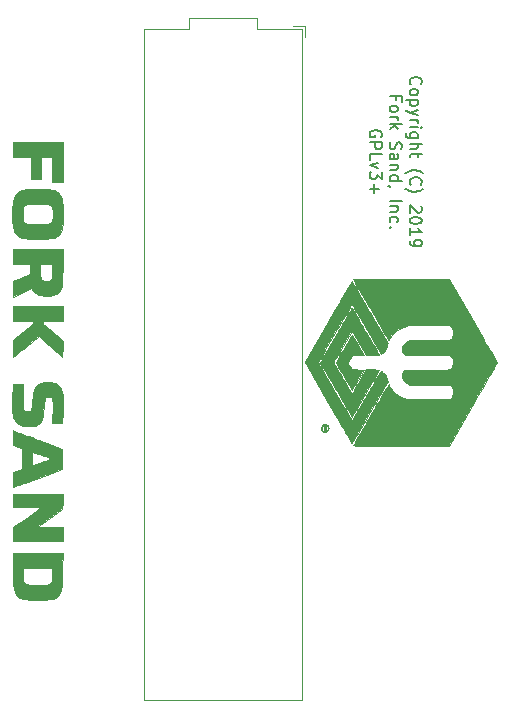
<source format=gto>
G04 #@! TF.GenerationSoftware,KiCad,Pcbnew,5.0.0-rc3-6a2723a~65~ubuntu16.04.1*
G04 #@! TF.CreationDate,2019-04-26T01:55:19+06:00*
G04 #@! TF.ProjectId,ICE40ADP,49434534304144502E6B696361645F70,rev?*
G04 #@! TF.SameCoordinates,Original*
G04 #@! TF.FileFunction,Legend,Top*
G04 #@! TF.FilePolarity,Positive*
%FSLAX46Y46*%
G04 Gerber Fmt 4.6, Leading zero omitted, Abs format (unit mm)*
G04 Created by KiCad (PCBNEW 5.0.0-rc3-6a2723a~65~ubuntu16.04.1) date Fri Apr 26 01:55:19 2019*
%MOMM*%
%LPD*%
G01*
G04 APERTURE LIST*
%ADD10C,0.200000*%
%ADD11C,0.120000*%
%ADD12C,0.010000*%
%ADD13C,0.150000*%
G04 APERTURE END LIST*
D10*
X162267857Y-79577380D02*
X162220238Y-79529761D01*
X162172619Y-79386904D01*
X162172619Y-79291666D01*
X162220238Y-79148809D01*
X162315476Y-79053571D01*
X162410714Y-79005952D01*
X162601190Y-78958333D01*
X162744047Y-78958333D01*
X162934523Y-79005952D01*
X163029761Y-79053571D01*
X163125000Y-79148809D01*
X163172619Y-79291666D01*
X163172619Y-79386904D01*
X163125000Y-79529761D01*
X163077380Y-79577380D01*
X162172619Y-80148809D02*
X162220238Y-80053571D01*
X162267857Y-80005952D01*
X162363095Y-79958333D01*
X162648809Y-79958333D01*
X162744047Y-80005952D01*
X162791666Y-80053571D01*
X162839285Y-80148809D01*
X162839285Y-80291666D01*
X162791666Y-80386904D01*
X162744047Y-80434523D01*
X162648809Y-80482142D01*
X162363095Y-80482142D01*
X162267857Y-80434523D01*
X162220238Y-80386904D01*
X162172619Y-80291666D01*
X162172619Y-80148809D01*
X162839285Y-80910714D02*
X161839285Y-80910714D01*
X162791666Y-80910714D02*
X162839285Y-81005952D01*
X162839285Y-81196428D01*
X162791666Y-81291666D01*
X162744047Y-81339285D01*
X162648809Y-81386904D01*
X162363095Y-81386904D01*
X162267857Y-81339285D01*
X162220238Y-81291666D01*
X162172619Y-81196428D01*
X162172619Y-81005952D01*
X162220238Y-80910714D01*
X162839285Y-81720238D02*
X162172619Y-81958333D01*
X162839285Y-82196428D02*
X162172619Y-81958333D01*
X161934523Y-81863095D01*
X161886904Y-81815476D01*
X161839285Y-81720238D01*
X162172619Y-82577380D02*
X162839285Y-82577380D01*
X162648809Y-82577380D02*
X162744047Y-82625000D01*
X162791666Y-82672619D01*
X162839285Y-82767857D01*
X162839285Y-82863095D01*
X162172619Y-83196428D02*
X162839285Y-83196428D01*
X163172619Y-83196428D02*
X163125000Y-83148809D01*
X163077380Y-83196428D01*
X163125000Y-83244047D01*
X163172619Y-83196428D01*
X163077380Y-83196428D01*
X162839285Y-84101190D02*
X162029761Y-84101190D01*
X161934523Y-84053571D01*
X161886904Y-84005952D01*
X161839285Y-83910714D01*
X161839285Y-83767857D01*
X161886904Y-83672619D01*
X162220238Y-84101190D02*
X162172619Y-84005952D01*
X162172619Y-83815476D01*
X162220238Y-83720238D01*
X162267857Y-83672619D01*
X162363095Y-83625000D01*
X162648809Y-83625000D01*
X162744047Y-83672619D01*
X162791666Y-83720238D01*
X162839285Y-83815476D01*
X162839285Y-84005952D01*
X162791666Y-84101190D01*
X162172619Y-84577380D02*
X163172619Y-84577380D01*
X162172619Y-85005952D02*
X162696428Y-85005952D01*
X162791666Y-84958333D01*
X162839285Y-84863095D01*
X162839285Y-84720238D01*
X162791666Y-84625000D01*
X162744047Y-84577380D01*
X162839285Y-85339285D02*
X162839285Y-85720238D01*
X163172619Y-85482142D02*
X162315476Y-85482142D01*
X162220238Y-85529761D01*
X162172619Y-85625000D01*
X162172619Y-85720238D01*
X161791666Y-87101190D02*
X161839285Y-87053571D01*
X161982142Y-86958333D01*
X162077380Y-86910714D01*
X162220238Y-86863095D01*
X162458333Y-86815476D01*
X162648809Y-86815476D01*
X162886904Y-86863095D01*
X163029761Y-86910714D01*
X163125000Y-86958333D01*
X163267857Y-87053571D01*
X163315476Y-87101190D01*
X162267857Y-88053571D02*
X162220238Y-88005952D01*
X162172619Y-87863095D01*
X162172619Y-87767857D01*
X162220238Y-87625000D01*
X162315476Y-87529761D01*
X162410714Y-87482142D01*
X162601190Y-87434523D01*
X162744047Y-87434523D01*
X162934523Y-87482142D01*
X163029761Y-87529761D01*
X163125000Y-87625000D01*
X163172619Y-87767857D01*
X163172619Y-87863095D01*
X163125000Y-88005952D01*
X163077380Y-88053571D01*
X161791666Y-88386904D02*
X161839285Y-88434523D01*
X161982142Y-88529761D01*
X162077380Y-88577380D01*
X162220238Y-88625000D01*
X162458333Y-88672619D01*
X162648809Y-88672619D01*
X162886904Y-88625000D01*
X163029761Y-88577380D01*
X163125000Y-88529761D01*
X163267857Y-88434523D01*
X163315476Y-88386904D01*
X163077380Y-89863095D02*
X163125000Y-89910714D01*
X163172619Y-90005952D01*
X163172619Y-90244047D01*
X163125000Y-90339285D01*
X163077380Y-90386904D01*
X162982142Y-90434523D01*
X162886904Y-90434523D01*
X162744047Y-90386904D01*
X162172619Y-89815476D01*
X162172619Y-90434523D01*
X163172619Y-91053571D02*
X163172619Y-91148809D01*
X163125000Y-91244047D01*
X163077380Y-91291666D01*
X162982142Y-91339285D01*
X162791666Y-91386904D01*
X162553571Y-91386904D01*
X162363095Y-91339285D01*
X162267857Y-91291666D01*
X162220238Y-91244047D01*
X162172619Y-91148809D01*
X162172619Y-91053571D01*
X162220238Y-90958333D01*
X162267857Y-90910714D01*
X162363095Y-90863095D01*
X162553571Y-90815476D01*
X162791666Y-90815476D01*
X162982142Y-90863095D01*
X163077380Y-90910714D01*
X163125000Y-90958333D01*
X163172619Y-91053571D01*
X162172619Y-92339285D02*
X162172619Y-91767857D01*
X162172619Y-92053571D02*
X163172619Y-92053571D01*
X163029761Y-91958333D01*
X162934523Y-91863095D01*
X162886904Y-91767857D01*
X162172619Y-92815476D02*
X162172619Y-93005952D01*
X162220238Y-93101190D01*
X162267857Y-93148809D01*
X162410714Y-93244047D01*
X162601190Y-93291666D01*
X162982142Y-93291666D01*
X163077380Y-93244047D01*
X163125000Y-93196428D01*
X163172619Y-93101190D01*
X163172619Y-92910714D01*
X163125000Y-92815476D01*
X163077380Y-92767857D01*
X162982142Y-92720238D01*
X162744047Y-92720238D01*
X162648809Y-92767857D01*
X162601190Y-92815476D01*
X162553571Y-92910714D01*
X162553571Y-93101190D01*
X162601190Y-93196428D01*
X162648809Y-93244047D01*
X162744047Y-93291666D01*
X160996428Y-80910714D02*
X160996428Y-80577380D01*
X160472619Y-80577380D02*
X161472619Y-80577380D01*
X161472619Y-81053571D01*
X160472619Y-81577380D02*
X160520238Y-81482142D01*
X160567857Y-81434523D01*
X160663095Y-81386904D01*
X160948809Y-81386904D01*
X161044047Y-81434523D01*
X161091666Y-81482142D01*
X161139285Y-81577380D01*
X161139285Y-81720238D01*
X161091666Y-81815476D01*
X161044047Y-81863095D01*
X160948809Y-81910714D01*
X160663095Y-81910714D01*
X160567857Y-81863095D01*
X160520238Y-81815476D01*
X160472619Y-81720238D01*
X160472619Y-81577380D01*
X160472619Y-82339285D02*
X161139285Y-82339285D01*
X160948809Y-82339285D02*
X161044047Y-82386904D01*
X161091666Y-82434523D01*
X161139285Y-82529761D01*
X161139285Y-82625000D01*
X160472619Y-82958333D02*
X161472619Y-82958333D01*
X160853571Y-83053571D02*
X160472619Y-83339285D01*
X161139285Y-83339285D02*
X160758333Y-82958333D01*
X160520238Y-84482142D02*
X160472619Y-84625000D01*
X160472619Y-84863095D01*
X160520238Y-84958333D01*
X160567857Y-85005952D01*
X160663095Y-85053571D01*
X160758333Y-85053571D01*
X160853571Y-85005952D01*
X160901190Y-84958333D01*
X160948809Y-84863095D01*
X160996428Y-84672619D01*
X161044047Y-84577380D01*
X161091666Y-84529761D01*
X161186904Y-84482142D01*
X161282142Y-84482142D01*
X161377380Y-84529761D01*
X161425000Y-84577380D01*
X161472619Y-84672619D01*
X161472619Y-84910714D01*
X161425000Y-85053571D01*
X160472619Y-85910714D02*
X160996428Y-85910714D01*
X161091666Y-85863095D01*
X161139285Y-85767857D01*
X161139285Y-85577380D01*
X161091666Y-85482142D01*
X160520238Y-85910714D02*
X160472619Y-85815476D01*
X160472619Y-85577380D01*
X160520238Y-85482142D01*
X160615476Y-85434523D01*
X160710714Y-85434523D01*
X160805952Y-85482142D01*
X160853571Y-85577380D01*
X160853571Y-85815476D01*
X160901190Y-85910714D01*
X161139285Y-86386904D02*
X160472619Y-86386904D01*
X161044047Y-86386904D02*
X161091666Y-86434523D01*
X161139285Y-86529761D01*
X161139285Y-86672619D01*
X161091666Y-86767857D01*
X160996428Y-86815476D01*
X160472619Y-86815476D01*
X160472619Y-87720238D02*
X161472619Y-87720238D01*
X160520238Y-87720238D02*
X160472619Y-87625000D01*
X160472619Y-87434523D01*
X160520238Y-87339285D01*
X160567857Y-87291666D01*
X160663095Y-87244047D01*
X160948809Y-87244047D01*
X161044047Y-87291666D01*
X161091666Y-87339285D01*
X161139285Y-87434523D01*
X161139285Y-87625000D01*
X161091666Y-87720238D01*
X160520238Y-88244047D02*
X160472619Y-88244047D01*
X160377380Y-88196428D01*
X160329761Y-88148809D01*
X160472619Y-89434523D02*
X161472619Y-89434523D01*
X161139285Y-89910714D02*
X160472619Y-89910714D01*
X161044047Y-89910714D02*
X161091666Y-89958333D01*
X161139285Y-90053571D01*
X161139285Y-90196428D01*
X161091666Y-90291666D01*
X160996428Y-90339285D01*
X160472619Y-90339285D01*
X160520238Y-91244047D02*
X160472619Y-91148809D01*
X160472619Y-90958333D01*
X160520238Y-90863095D01*
X160567857Y-90815476D01*
X160663095Y-90767857D01*
X160948809Y-90767857D01*
X161044047Y-90815476D01*
X161091666Y-90863095D01*
X161139285Y-90958333D01*
X161139285Y-91148809D01*
X161091666Y-91244047D01*
X160567857Y-91672619D02*
X160520238Y-91720238D01*
X160472619Y-91672619D01*
X160520238Y-91625000D01*
X160567857Y-91672619D01*
X160472619Y-91672619D01*
X159725000Y-84005952D02*
X159772619Y-83910714D01*
X159772619Y-83767857D01*
X159725000Y-83625000D01*
X159629761Y-83529761D01*
X159534523Y-83482142D01*
X159344047Y-83434523D01*
X159201190Y-83434523D01*
X159010714Y-83482142D01*
X158915476Y-83529761D01*
X158820238Y-83625000D01*
X158772619Y-83767857D01*
X158772619Y-83863095D01*
X158820238Y-84005952D01*
X158867857Y-84053571D01*
X159201190Y-84053571D01*
X159201190Y-83863095D01*
X158772619Y-84482142D02*
X159772619Y-84482142D01*
X159772619Y-84863095D01*
X159725000Y-84958333D01*
X159677380Y-85005952D01*
X159582142Y-85053571D01*
X159439285Y-85053571D01*
X159344047Y-85005952D01*
X159296428Y-84958333D01*
X159248809Y-84863095D01*
X159248809Y-84482142D01*
X158772619Y-85958333D02*
X158772619Y-85482142D01*
X159772619Y-85482142D01*
X159439285Y-86196428D02*
X158772619Y-86434523D01*
X159439285Y-86672619D01*
X159772619Y-86958333D02*
X159772619Y-87577380D01*
X159391666Y-87244047D01*
X159391666Y-87386904D01*
X159344047Y-87482142D01*
X159296428Y-87529761D01*
X159201190Y-87577380D01*
X158963095Y-87577380D01*
X158867857Y-87529761D01*
X158820238Y-87482142D01*
X158772619Y-87386904D01*
X158772619Y-87101190D01*
X158820238Y-87005952D01*
X158867857Y-86958333D01*
X159153571Y-88005952D02*
X159153571Y-88767857D01*
X158772619Y-88386904D02*
X159534523Y-88386904D01*
D11*
G04 #@! TO.C,J5*
X153320000Y-74600000D02*
X152320000Y-74600000D01*
X153320000Y-75600000D02*
X153320000Y-74600000D01*
X153070000Y-74860000D02*
X153070000Y-131710000D01*
X149220000Y-74860000D02*
X153070000Y-74860000D01*
X149220000Y-73970000D02*
X149220000Y-74830000D01*
X143480000Y-73940000D02*
X149220000Y-73940000D01*
X143480000Y-74860000D02*
X143480000Y-73940000D01*
X139630000Y-74860000D02*
X143480000Y-74860000D01*
X139630000Y-131710000D02*
X139630000Y-74860000D01*
X153070000Y-131710000D02*
X139630000Y-131710000D01*
D12*
G04 #@! TO.C,G\002A\002A\002A*
G36*
X132764017Y-87796183D02*
X131889800Y-87796183D01*
X131889800Y-85729850D01*
X130983792Y-85729850D01*
X130983792Y-87541865D01*
X130109574Y-87541865D01*
X130109574Y-85729850D01*
X128551877Y-85729850D01*
X128551877Y-84490051D01*
X132764017Y-84490051D01*
X132764017Y-87796183D01*
X132764017Y-87796183D01*
G37*
X132764017Y-87796183D02*
X131889800Y-87796183D01*
X131889800Y-85729850D01*
X130983792Y-85729850D01*
X130983792Y-87541865D01*
X130109574Y-87541865D01*
X130109574Y-85729850D01*
X128551877Y-85729850D01*
X128551877Y-84490051D01*
X132764017Y-84490051D01*
X132764017Y-87796183D01*
G36*
X131006588Y-88432839D02*
X131230815Y-88440303D01*
X131436908Y-88451498D01*
X131622112Y-88466278D01*
X131783675Y-88484495D01*
X131918843Y-88506003D01*
X132016377Y-88528254D01*
X132175948Y-88585422D01*
X132311950Y-88662563D01*
X132426731Y-88761245D01*
X132501110Y-88851462D01*
X132571524Y-88962614D01*
X132631161Y-89085052D01*
X132680996Y-89222294D01*
X132722003Y-89377859D01*
X132755154Y-89555265D01*
X132781425Y-89758029D01*
X132796339Y-89918148D01*
X132802740Y-90023182D01*
X132807155Y-90151029D01*
X132809671Y-90296204D01*
X132810377Y-90453226D01*
X132809360Y-90616611D01*
X132806706Y-90780876D01*
X132802504Y-90940537D01*
X132796840Y-91090111D01*
X132789802Y-91224116D01*
X132781477Y-91337069D01*
X132772410Y-91420213D01*
X132732617Y-91651124D01*
X132680510Y-91853598D01*
X132615329Y-92028815D01*
X132536317Y-92177953D01*
X132442715Y-92302192D01*
X132333764Y-92402709D01*
X132208707Y-92480684D01*
X132066785Y-92537296D01*
X132050566Y-92542139D01*
X131934154Y-92569745D01*
X131789465Y-92593851D01*
X131619839Y-92614285D01*
X131428612Y-92630879D01*
X131219123Y-92643461D01*
X130994710Y-92651861D01*
X130758712Y-92655910D01*
X130514467Y-92655436D01*
X130265312Y-92650271D01*
X130072070Y-92642983D01*
X129835201Y-92628654D01*
X129628154Y-92608355D01*
X129449478Y-92581815D01*
X129297720Y-92548762D01*
X129171428Y-92508924D01*
X129069150Y-92462030D01*
X129052141Y-92452198D01*
X128935841Y-92364967D01*
X128830826Y-92251537D01*
X128740151Y-92116413D01*
X128666869Y-91964103D01*
X128616661Y-91809637D01*
X128586445Y-91680195D01*
X128561653Y-91548958D01*
X128541886Y-91411459D01*
X128526744Y-91263228D01*
X128515829Y-91099800D01*
X128508743Y-90916706D01*
X128505087Y-90709479D01*
X128504356Y-90550835D01*
X128504567Y-90530101D01*
X129386607Y-90530101D01*
X129387493Y-90696424D01*
X129390863Y-90834280D01*
X129397467Y-90946944D01*
X129408053Y-91037693D01*
X129423369Y-91109802D01*
X129444162Y-91166545D01*
X129471182Y-91211199D01*
X129505176Y-91247038D01*
X129546893Y-91277339D01*
X129558971Y-91284640D01*
X129601743Y-91306604D01*
X129651000Y-91325293D01*
X129709328Y-91340913D01*
X129779310Y-91353672D01*
X129863530Y-91363774D01*
X129964573Y-91371426D01*
X130085021Y-91376834D01*
X130227460Y-91380205D01*
X130394473Y-91381745D01*
X130588644Y-91381660D01*
X130761264Y-91380593D01*
X130907385Y-91379007D01*
X131047304Y-91376717D01*
X131176908Y-91373845D01*
X131292082Y-91370513D01*
X131388713Y-91366844D01*
X131462687Y-91362960D01*
X131509889Y-91358984D01*
X131516270Y-91358109D01*
X131623078Y-91337038D01*
X131704959Y-91309683D01*
X131768590Y-91273182D01*
X131816407Y-91229447D01*
X131851140Y-91183421D01*
X131878988Y-91127950D01*
X131900566Y-91059491D01*
X131916491Y-90974504D01*
X131927378Y-90869446D01*
X131933844Y-90740777D01*
X131936504Y-90584954D01*
X131936649Y-90538048D01*
X131934682Y-90368323D01*
X131928089Y-90226938D01*
X131916233Y-90110693D01*
X131898477Y-90016389D01*
X131874182Y-89940828D01*
X131842710Y-89880809D01*
X131803424Y-89833134D01*
X131794430Y-89824670D01*
X131755996Y-89795053D01*
X131709557Y-89769663D01*
X131652774Y-89748259D01*
X131583310Y-89730600D01*
X131498827Y-89716444D01*
X131396987Y-89705550D01*
X131275452Y-89697677D01*
X131131884Y-89692583D01*
X130963946Y-89690027D01*
X130769299Y-89689768D01*
X130545606Y-89691565D01*
X130508879Y-89692004D01*
X130328122Y-89694544D01*
X130175925Y-89697508D01*
X130049056Y-89701193D01*
X129944287Y-89705897D01*
X129858385Y-89711917D01*
X129788122Y-89719550D01*
X129730266Y-89729093D01*
X129681588Y-89740845D01*
X129638857Y-89755103D01*
X129598843Y-89772163D01*
X129589401Y-89776651D01*
X129538372Y-89804667D01*
X129496525Y-89836849D01*
X129462981Y-89876464D01*
X129436861Y-89926779D01*
X129417284Y-89991060D01*
X129403373Y-90072573D01*
X129394248Y-90174585D01*
X129389030Y-90300363D01*
X129386839Y-90453173D01*
X129386607Y-90530101D01*
X128504567Y-90530101D01*
X128507259Y-90266322D01*
X128516471Y-90011053D01*
X128532433Y-89783029D01*
X128555586Y-89580252D01*
X128586369Y-89400723D01*
X128625224Y-89242443D01*
X128672591Y-89103412D01*
X128728909Y-88981633D01*
X128794620Y-88875106D01*
X128870163Y-88781832D01*
X128901105Y-88749875D01*
X128973116Y-88686435D01*
X129052854Y-88631742D01*
X129143024Y-88585165D01*
X129246331Y-88546072D01*
X129365480Y-88513832D01*
X129503176Y-88487813D01*
X129662123Y-88467384D01*
X129845026Y-88451912D01*
X130054591Y-88440767D01*
X130252628Y-88434302D01*
X130514741Y-88429692D01*
X130766979Y-88429254D01*
X131006588Y-88432839D01*
X131006588Y-88432839D01*
G37*
X131006588Y-88432839D02*
X131230815Y-88440303D01*
X131436908Y-88451498D01*
X131622112Y-88466278D01*
X131783675Y-88484495D01*
X131918843Y-88506003D01*
X132016377Y-88528254D01*
X132175948Y-88585422D01*
X132311950Y-88662563D01*
X132426731Y-88761245D01*
X132501110Y-88851462D01*
X132571524Y-88962614D01*
X132631161Y-89085052D01*
X132680996Y-89222294D01*
X132722003Y-89377859D01*
X132755154Y-89555265D01*
X132781425Y-89758029D01*
X132796339Y-89918148D01*
X132802740Y-90023182D01*
X132807155Y-90151029D01*
X132809671Y-90296204D01*
X132810377Y-90453226D01*
X132809360Y-90616611D01*
X132806706Y-90780876D01*
X132802504Y-90940537D01*
X132796840Y-91090111D01*
X132789802Y-91224116D01*
X132781477Y-91337069D01*
X132772410Y-91420213D01*
X132732617Y-91651124D01*
X132680510Y-91853598D01*
X132615329Y-92028815D01*
X132536317Y-92177953D01*
X132442715Y-92302192D01*
X132333764Y-92402709D01*
X132208707Y-92480684D01*
X132066785Y-92537296D01*
X132050566Y-92542139D01*
X131934154Y-92569745D01*
X131789465Y-92593851D01*
X131619839Y-92614285D01*
X131428612Y-92630879D01*
X131219123Y-92643461D01*
X130994710Y-92651861D01*
X130758712Y-92655910D01*
X130514467Y-92655436D01*
X130265312Y-92650271D01*
X130072070Y-92642983D01*
X129835201Y-92628654D01*
X129628154Y-92608355D01*
X129449478Y-92581815D01*
X129297720Y-92548762D01*
X129171428Y-92508924D01*
X129069150Y-92462030D01*
X129052141Y-92452198D01*
X128935841Y-92364967D01*
X128830826Y-92251537D01*
X128740151Y-92116413D01*
X128666869Y-91964103D01*
X128616661Y-91809637D01*
X128586445Y-91680195D01*
X128561653Y-91548958D01*
X128541886Y-91411459D01*
X128526744Y-91263228D01*
X128515829Y-91099800D01*
X128508743Y-90916706D01*
X128505087Y-90709479D01*
X128504356Y-90550835D01*
X128504567Y-90530101D01*
X129386607Y-90530101D01*
X129387493Y-90696424D01*
X129390863Y-90834280D01*
X129397467Y-90946944D01*
X129408053Y-91037693D01*
X129423369Y-91109802D01*
X129444162Y-91166545D01*
X129471182Y-91211199D01*
X129505176Y-91247038D01*
X129546893Y-91277339D01*
X129558971Y-91284640D01*
X129601743Y-91306604D01*
X129651000Y-91325293D01*
X129709328Y-91340913D01*
X129779310Y-91353672D01*
X129863530Y-91363774D01*
X129964573Y-91371426D01*
X130085021Y-91376834D01*
X130227460Y-91380205D01*
X130394473Y-91381745D01*
X130588644Y-91381660D01*
X130761264Y-91380593D01*
X130907385Y-91379007D01*
X131047304Y-91376717D01*
X131176908Y-91373845D01*
X131292082Y-91370513D01*
X131388713Y-91366844D01*
X131462687Y-91362960D01*
X131509889Y-91358984D01*
X131516270Y-91358109D01*
X131623078Y-91337038D01*
X131704959Y-91309683D01*
X131768590Y-91273182D01*
X131816407Y-91229447D01*
X131851140Y-91183421D01*
X131878988Y-91127950D01*
X131900566Y-91059491D01*
X131916491Y-90974504D01*
X131927378Y-90869446D01*
X131933844Y-90740777D01*
X131936504Y-90584954D01*
X131936649Y-90538048D01*
X131934682Y-90368323D01*
X131928089Y-90226938D01*
X131916233Y-90110693D01*
X131898477Y-90016389D01*
X131874182Y-89940828D01*
X131842710Y-89880809D01*
X131803424Y-89833134D01*
X131794430Y-89824670D01*
X131755996Y-89795053D01*
X131709557Y-89769663D01*
X131652774Y-89748259D01*
X131583310Y-89730600D01*
X131498827Y-89716444D01*
X131396987Y-89705550D01*
X131275452Y-89697677D01*
X131131884Y-89692583D01*
X130963946Y-89690027D01*
X130769299Y-89689768D01*
X130545606Y-89691565D01*
X130508879Y-89692004D01*
X130328122Y-89694544D01*
X130175925Y-89697508D01*
X130049056Y-89701193D01*
X129944287Y-89705897D01*
X129858385Y-89711917D01*
X129788122Y-89719550D01*
X129730266Y-89729093D01*
X129681588Y-89740845D01*
X129638857Y-89755103D01*
X129598843Y-89772163D01*
X129589401Y-89776651D01*
X129538372Y-89804667D01*
X129496525Y-89836849D01*
X129462981Y-89876464D01*
X129436861Y-89926779D01*
X129417284Y-89991060D01*
X129403373Y-90072573D01*
X129394248Y-90174585D01*
X129389030Y-90300363D01*
X129386839Y-90453173D01*
X129386607Y-90530101D01*
X128504567Y-90530101D01*
X128507259Y-90266322D01*
X128516471Y-90011053D01*
X128532433Y-89783029D01*
X128555586Y-89580252D01*
X128586369Y-89400723D01*
X128625224Y-89242443D01*
X128672591Y-89103412D01*
X128728909Y-88981633D01*
X128794620Y-88875106D01*
X128870163Y-88781832D01*
X128901105Y-88749875D01*
X128973116Y-88686435D01*
X129052854Y-88631742D01*
X129143024Y-88585165D01*
X129246331Y-88546072D01*
X129365480Y-88513832D01*
X129503176Y-88487813D01*
X129662123Y-88467384D01*
X129845026Y-88451912D01*
X130054591Y-88440767D01*
X130252628Y-88434302D01*
X130514741Y-88429692D01*
X130766979Y-88429254D01*
X131006588Y-88432839D01*
G36*
X132764017Y-94876533D02*
X132763936Y-95132328D01*
X132763623Y-95358608D01*
X132762979Y-95557647D01*
X132761903Y-95731720D01*
X132760293Y-95883100D01*
X132758050Y-96014062D01*
X132755071Y-96126880D01*
X132751257Y-96223829D01*
X132746506Y-96307182D01*
X132740717Y-96379215D01*
X132733791Y-96442201D01*
X132725625Y-96498414D01*
X132716118Y-96550130D01*
X132705172Y-96599622D01*
X132692683Y-96649164D01*
X132683981Y-96681415D01*
X132629738Y-96838571D01*
X132557942Y-96983619D01*
X132471893Y-97111531D01*
X132374896Y-97217275D01*
X132287555Y-97285173D01*
X132170375Y-97345198D01*
X132025809Y-97393098D01*
X131856033Y-97428439D01*
X131663223Y-97450785D01*
X131449556Y-97459704D01*
X131412953Y-97459855D01*
X131177425Y-97451985D01*
X130968564Y-97428457D01*
X130785068Y-97388716D01*
X130625634Y-97332210D01*
X130488958Y-97258388D01*
X130373739Y-97166695D01*
X130278672Y-97056579D01*
X130214545Y-96951580D01*
X130186000Y-96896882D01*
X130163551Y-96854297D01*
X130150803Y-96830650D01*
X130149280Y-96828081D01*
X130134684Y-96833800D01*
X130093906Y-96851812D01*
X130029551Y-96880922D01*
X129944223Y-96919931D01*
X129840524Y-96967644D01*
X129721060Y-97022864D01*
X129588433Y-97084392D01*
X129445248Y-97151034D01*
X129348909Y-97195984D01*
X128551877Y-97568221D01*
X128551987Y-96260201D01*
X129279122Y-95947282D01*
X130006258Y-95634363D01*
X130014724Y-94789925D01*
X130867418Y-94789925D01*
X130877754Y-95278693D01*
X130881759Y-95445887D01*
X130886295Y-95584778D01*
X130891721Y-95698852D01*
X130898395Y-95791593D01*
X130906677Y-95866488D01*
X130916926Y-95927022D01*
X130929499Y-95976682D01*
X130944756Y-96018952D01*
X130956619Y-96044794D01*
X130987199Y-96096767D01*
X131023599Y-96136360D01*
X131070189Y-96165002D01*
X131131345Y-96184117D01*
X131211437Y-96195135D01*
X131314840Y-96199483D01*
X131428848Y-96198919D01*
X131522496Y-96196417D01*
X131591381Y-96192235D01*
X131642522Y-96185472D01*
X131682937Y-96175228D01*
X131716575Y-96162000D01*
X131755027Y-96141392D01*
X131787418Y-96115360D01*
X131814331Y-96081121D01*
X131836353Y-96035895D01*
X131854066Y-95976899D01*
X131868055Y-95901352D01*
X131878906Y-95806472D01*
X131887202Y-95689478D01*
X131893527Y-95547588D01*
X131898467Y-95378019D01*
X131900504Y-95286640D01*
X131910796Y-94789925D01*
X130867418Y-94789925D01*
X130014724Y-94789925D01*
X128551877Y-94789925D01*
X128551877Y-93550126D01*
X132764017Y-93550126D01*
X132764017Y-94876533D01*
X132764017Y-94876533D01*
G37*
X132764017Y-94876533D02*
X132763936Y-95132328D01*
X132763623Y-95358608D01*
X132762979Y-95557647D01*
X132761903Y-95731720D01*
X132760293Y-95883100D01*
X132758050Y-96014062D01*
X132755071Y-96126880D01*
X132751257Y-96223829D01*
X132746506Y-96307182D01*
X132740717Y-96379215D01*
X132733791Y-96442201D01*
X132725625Y-96498414D01*
X132716118Y-96550130D01*
X132705172Y-96599622D01*
X132692683Y-96649164D01*
X132683981Y-96681415D01*
X132629738Y-96838571D01*
X132557942Y-96983619D01*
X132471893Y-97111531D01*
X132374896Y-97217275D01*
X132287555Y-97285173D01*
X132170375Y-97345198D01*
X132025809Y-97393098D01*
X131856033Y-97428439D01*
X131663223Y-97450785D01*
X131449556Y-97459704D01*
X131412953Y-97459855D01*
X131177425Y-97451985D01*
X130968564Y-97428457D01*
X130785068Y-97388716D01*
X130625634Y-97332210D01*
X130488958Y-97258388D01*
X130373739Y-97166695D01*
X130278672Y-97056579D01*
X130214545Y-96951580D01*
X130186000Y-96896882D01*
X130163551Y-96854297D01*
X130150803Y-96830650D01*
X130149280Y-96828081D01*
X130134684Y-96833800D01*
X130093906Y-96851812D01*
X130029551Y-96880922D01*
X129944223Y-96919931D01*
X129840524Y-96967644D01*
X129721060Y-97022864D01*
X129588433Y-97084392D01*
X129445248Y-97151034D01*
X129348909Y-97195984D01*
X128551877Y-97568221D01*
X128551987Y-96260201D01*
X129279122Y-95947282D01*
X130006258Y-95634363D01*
X130014724Y-94789925D01*
X130867418Y-94789925D01*
X130877754Y-95278693D01*
X130881759Y-95445887D01*
X130886295Y-95584778D01*
X130891721Y-95698852D01*
X130898395Y-95791593D01*
X130906677Y-95866488D01*
X130916926Y-95927022D01*
X130929499Y-95976682D01*
X130944756Y-96018952D01*
X130956619Y-96044794D01*
X130987199Y-96096767D01*
X131023599Y-96136360D01*
X131070189Y-96165002D01*
X131131345Y-96184117D01*
X131211437Y-96195135D01*
X131314840Y-96199483D01*
X131428848Y-96198919D01*
X131522496Y-96196417D01*
X131591381Y-96192235D01*
X131642522Y-96185472D01*
X131682937Y-96175228D01*
X131716575Y-96162000D01*
X131755027Y-96141392D01*
X131787418Y-96115360D01*
X131814331Y-96081121D01*
X131836353Y-96035895D01*
X131854066Y-95976899D01*
X131868055Y-95901352D01*
X131878906Y-95806472D01*
X131887202Y-95689478D01*
X131893527Y-95547588D01*
X131898467Y-95378019D01*
X131900504Y-95286640D01*
X131910796Y-94789925D01*
X130867418Y-94789925D01*
X130014724Y-94789925D01*
X128551877Y-94789925D01*
X128551877Y-93550126D01*
X132764017Y-93550126D01*
X132764017Y-94876533D01*
G36*
X132764017Y-99590176D02*
X131126846Y-99590176D01*
X131126846Y-99874546D01*
X131945432Y-100568710D01*
X132764017Y-101262873D01*
X132764017Y-101944484D01*
X132763834Y-102088224D01*
X132763312Y-102221649D01*
X132762488Y-102341511D01*
X132761402Y-102444559D01*
X132760092Y-102527545D01*
X132758597Y-102587218D01*
X132756955Y-102620329D01*
X132755901Y-102626096D01*
X132743272Y-102615885D01*
X132708884Y-102586470D01*
X132654818Y-102539678D01*
X132583153Y-102477334D01*
X132495970Y-102401266D01*
X132395350Y-102313298D01*
X132283372Y-102215259D01*
X132162117Y-102108973D01*
X132033666Y-101996267D01*
X131900099Y-101878969D01*
X131763496Y-101758903D01*
X131625937Y-101637896D01*
X131489503Y-101517775D01*
X131356274Y-101400365D01*
X131228331Y-101287494D01*
X131107753Y-101180988D01*
X130996622Y-101082672D01*
X130897018Y-100994373D01*
X130879966Y-100979234D01*
X130768193Y-100879966D01*
X129719641Y-101722620D01*
X129559148Y-101851595D01*
X129404748Y-101975668D01*
X129258382Y-102093278D01*
X129121993Y-102202866D01*
X128997524Y-102302871D01*
X128886915Y-102391733D01*
X128792111Y-102467890D01*
X128715051Y-102529784D01*
X128657680Y-102575853D01*
X128621939Y-102604537D01*
X128611483Y-102612915D01*
X128551877Y-102660557D01*
X128551877Y-101249334D01*
X129401875Y-100566782D01*
X130251872Y-99884231D01*
X130252250Y-99737203D01*
X130252628Y-99590176D01*
X128551877Y-99590176D01*
X128551877Y-98350376D01*
X132764017Y-98350376D01*
X132764017Y-99590176D01*
X132764017Y-99590176D01*
G37*
X132764017Y-99590176D02*
X131126846Y-99590176D01*
X131126846Y-99874546D01*
X131945432Y-100568710D01*
X132764017Y-101262873D01*
X132764017Y-101944484D01*
X132763834Y-102088224D01*
X132763312Y-102221649D01*
X132762488Y-102341511D01*
X132761402Y-102444559D01*
X132760092Y-102527545D01*
X132758597Y-102587218D01*
X132756955Y-102620329D01*
X132755901Y-102626096D01*
X132743272Y-102615885D01*
X132708884Y-102586470D01*
X132654818Y-102539678D01*
X132583153Y-102477334D01*
X132495970Y-102401266D01*
X132395350Y-102313298D01*
X132283372Y-102215259D01*
X132162117Y-102108973D01*
X132033666Y-101996267D01*
X131900099Y-101878969D01*
X131763496Y-101758903D01*
X131625937Y-101637896D01*
X131489503Y-101517775D01*
X131356274Y-101400365D01*
X131228331Y-101287494D01*
X131107753Y-101180988D01*
X130996622Y-101082672D01*
X130897018Y-100994373D01*
X130879966Y-100979234D01*
X130768193Y-100879966D01*
X129719641Y-101722620D01*
X129559148Y-101851595D01*
X129404748Y-101975668D01*
X129258382Y-102093278D01*
X129121993Y-102202866D01*
X128997524Y-102302871D01*
X128886915Y-102391733D01*
X128792111Y-102467890D01*
X128715051Y-102529784D01*
X128657680Y-102575853D01*
X128621939Y-102604537D01*
X128611483Y-102612915D01*
X128551877Y-102660557D01*
X128551877Y-101249334D01*
X129401875Y-100566782D01*
X130251872Y-99884231D01*
X130252250Y-99737203D01*
X130252628Y-99590176D01*
X128551877Y-99590176D01*
X128551877Y-98350376D01*
X132764017Y-98350376D01*
X132764017Y-99590176D01*
G36*
X131750048Y-104785919D02*
X131943270Y-104818501D01*
X132115550Y-104871874D01*
X132265656Y-104945733D01*
X132392357Y-105039772D01*
X132412165Y-105058410D01*
X132514123Y-105170387D01*
X132595972Y-105289833D01*
X132660712Y-105422754D01*
X132711346Y-105575155D01*
X132745749Y-105725595D01*
X132764838Y-105832885D01*
X132780190Y-105938956D01*
X132792055Y-106048382D01*
X132800684Y-106165738D01*
X132806326Y-106295598D01*
X132809233Y-106442536D01*
X132809653Y-106611126D01*
X132807838Y-106805943D01*
X132807218Y-106849175D01*
X132803587Y-107044088D01*
X132798664Y-107214212D01*
X132791942Y-107366540D01*
X132782916Y-107508063D01*
X132771078Y-107645773D01*
X132755921Y-107786663D01*
X132736939Y-107937723D01*
X132718730Y-108070088D01*
X132691737Y-108260826D01*
X132273431Y-108265067D01*
X131855125Y-108269307D01*
X131864403Y-108209435D01*
X131877313Y-108110227D01*
X131889005Y-107989412D01*
X131899401Y-107850959D01*
X131908425Y-107698836D01*
X131916000Y-107537012D01*
X131922050Y-107369455D01*
X131926497Y-107200134D01*
X131929266Y-107033018D01*
X131930278Y-106872075D01*
X131929459Y-106721274D01*
X131926730Y-106584584D01*
X131922015Y-106465973D01*
X131915238Y-106369409D01*
X131906321Y-106298862D01*
X131901758Y-106277312D01*
X131874049Y-106182928D01*
X131843926Y-106115634D01*
X131806638Y-106070818D01*
X131757435Y-106043866D01*
X131691566Y-106030165D01*
X131643429Y-106026452D01*
X131544338Y-106022741D01*
X131470967Y-106023386D01*
X131417426Y-106029366D01*
X131377826Y-106041662D01*
X131346275Y-106061257D01*
X131326407Y-106079256D01*
X131303155Y-106104794D01*
X131286497Y-106131433D01*
X131273927Y-106166490D01*
X131262939Y-106217284D01*
X131251026Y-106291132D01*
X131248840Y-106305758D01*
X131240724Y-106365105D01*
X131230008Y-106450648D01*
X131217322Y-106556957D01*
X131203298Y-106678604D01*
X131188567Y-106810159D01*
X131173759Y-106946192D01*
X131166641Y-107013079D01*
X131145263Y-107210918D01*
X131125704Y-107380143D01*
X131107322Y-107523837D01*
X131089472Y-107645082D01*
X131071512Y-107746957D01*
X131052797Y-107832546D01*
X131032685Y-107904929D01*
X131010532Y-107967187D01*
X130985694Y-108022403D01*
X130957527Y-108073657D01*
X130938903Y-108103573D01*
X130843443Y-108222265D01*
X130723564Y-108321788D01*
X130580991Y-108401064D01*
X130417445Y-108459011D01*
X130343547Y-108476600D01*
X130241251Y-108492946D01*
X130117531Y-108505232D01*
X129982540Y-108513046D01*
X129846436Y-108515974D01*
X129719373Y-108513605D01*
X129616833Y-108506131D01*
X129407404Y-108471863D01*
X129222510Y-108418133D01*
X129061192Y-108344474D01*
X128922495Y-108250420D01*
X128805460Y-108135503D01*
X128772189Y-108093930D01*
X128704899Y-107993093D01*
X128649715Y-107883148D01*
X128605008Y-107759147D01*
X128569149Y-107616141D01*
X128540507Y-107449183D01*
X128528113Y-107352872D01*
X128517678Y-107235679D01*
X128510185Y-107091437D01*
X128505505Y-106924734D01*
X128503513Y-106740162D01*
X128504080Y-106542312D01*
X128507079Y-106335774D01*
X128512385Y-106125140D01*
X128519870Y-105914999D01*
X128529407Y-105709943D01*
X128540869Y-105514563D01*
X128554129Y-105333449D01*
X128569060Y-105171192D01*
X128585535Y-105032383D01*
X128593869Y-104975967D01*
X128603625Y-104914957D01*
X129446682Y-104914957D01*
X129436463Y-105061984D01*
X129431411Y-105132917D01*
X129424685Y-105224907D01*
X129417070Y-105327321D01*
X129409352Y-105429520D01*
X129407377Y-105455382D01*
X129401798Y-105545427D01*
X129397118Y-105655299D01*
X129393339Y-105780739D01*
X129390465Y-105917486D01*
X129388497Y-106061279D01*
X129387439Y-106207857D01*
X129387294Y-106352959D01*
X129388064Y-106492324D01*
X129389752Y-106621693D01*
X129392362Y-106736803D01*
X129395894Y-106833395D01*
X129400353Y-106907208D01*
X129405742Y-106953980D01*
X129406400Y-106957333D01*
X129436321Y-107062729D01*
X129476417Y-107147278D01*
X129524400Y-107206704D01*
X129549847Y-107225214D01*
X129602372Y-107244527D01*
X129676283Y-107257966D01*
X129761608Y-107264873D01*
X129848373Y-107264587D01*
X129926607Y-107256448D01*
X129949861Y-107251686D01*
X129983708Y-107242262D01*
X130012872Y-107229781D01*
X130038044Y-107211722D01*
X130059913Y-107185563D01*
X130079167Y-107148782D01*
X130096498Y-107098859D01*
X130112594Y-107033270D01*
X130128145Y-106949495D01*
X130143840Y-106845011D01*
X130160370Y-106717297D01*
X130178423Y-106563832D01*
X130198690Y-106382093D01*
X130206051Y-106314849D01*
X130227260Y-106125458D01*
X130246678Y-105964228D01*
X130265009Y-105827627D01*
X130282959Y-105712125D01*
X130301234Y-105614191D01*
X130320537Y-105530294D01*
X130341575Y-105456902D01*
X130365052Y-105390486D01*
X130391674Y-105327514D01*
X130411614Y-105285507D01*
X130497704Y-105145186D01*
X130606349Y-105026904D01*
X130736191Y-104931752D01*
X130885874Y-104860823D01*
X130974238Y-104833040D01*
X131034258Y-104820159D01*
X131115589Y-104806805D01*
X131207815Y-104794508D01*
X131300520Y-104784798D01*
X131305702Y-104784346D01*
X131537115Y-104774432D01*
X131750048Y-104785919D01*
X131750048Y-104785919D01*
G37*
X131750048Y-104785919D02*
X131943270Y-104818501D01*
X132115550Y-104871874D01*
X132265656Y-104945733D01*
X132392357Y-105039772D01*
X132412165Y-105058410D01*
X132514123Y-105170387D01*
X132595972Y-105289833D01*
X132660712Y-105422754D01*
X132711346Y-105575155D01*
X132745749Y-105725595D01*
X132764838Y-105832885D01*
X132780190Y-105938956D01*
X132792055Y-106048382D01*
X132800684Y-106165738D01*
X132806326Y-106295598D01*
X132809233Y-106442536D01*
X132809653Y-106611126D01*
X132807838Y-106805943D01*
X132807218Y-106849175D01*
X132803587Y-107044088D01*
X132798664Y-107214212D01*
X132791942Y-107366540D01*
X132782916Y-107508063D01*
X132771078Y-107645773D01*
X132755921Y-107786663D01*
X132736939Y-107937723D01*
X132718730Y-108070088D01*
X132691737Y-108260826D01*
X132273431Y-108265067D01*
X131855125Y-108269307D01*
X131864403Y-108209435D01*
X131877313Y-108110227D01*
X131889005Y-107989412D01*
X131899401Y-107850959D01*
X131908425Y-107698836D01*
X131916000Y-107537012D01*
X131922050Y-107369455D01*
X131926497Y-107200134D01*
X131929266Y-107033018D01*
X131930278Y-106872075D01*
X131929459Y-106721274D01*
X131926730Y-106584584D01*
X131922015Y-106465973D01*
X131915238Y-106369409D01*
X131906321Y-106298862D01*
X131901758Y-106277312D01*
X131874049Y-106182928D01*
X131843926Y-106115634D01*
X131806638Y-106070818D01*
X131757435Y-106043866D01*
X131691566Y-106030165D01*
X131643429Y-106026452D01*
X131544338Y-106022741D01*
X131470967Y-106023386D01*
X131417426Y-106029366D01*
X131377826Y-106041662D01*
X131346275Y-106061257D01*
X131326407Y-106079256D01*
X131303155Y-106104794D01*
X131286497Y-106131433D01*
X131273927Y-106166490D01*
X131262939Y-106217284D01*
X131251026Y-106291132D01*
X131248840Y-106305758D01*
X131240724Y-106365105D01*
X131230008Y-106450648D01*
X131217322Y-106556957D01*
X131203298Y-106678604D01*
X131188567Y-106810159D01*
X131173759Y-106946192D01*
X131166641Y-107013079D01*
X131145263Y-107210918D01*
X131125704Y-107380143D01*
X131107322Y-107523837D01*
X131089472Y-107645082D01*
X131071512Y-107746957D01*
X131052797Y-107832546D01*
X131032685Y-107904929D01*
X131010532Y-107967187D01*
X130985694Y-108022403D01*
X130957527Y-108073657D01*
X130938903Y-108103573D01*
X130843443Y-108222265D01*
X130723564Y-108321788D01*
X130580991Y-108401064D01*
X130417445Y-108459011D01*
X130343547Y-108476600D01*
X130241251Y-108492946D01*
X130117531Y-108505232D01*
X129982540Y-108513046D01*
X129846436Y-108515974D01*
X129719373Y-108513605D01*
X129616833Y-108506131D01*
X129407404Y-108471863D01*
X129222510Y-108418133D01*
X129061192Y-108344474D01*
X128922495Y-108250420D01*
X128805460Y-108135503D01*
X128772189Y-108093930D01*
X128704899Y-107993093D01*
X128649715Y-107883148D01*
X128605008Y-107759147D01*
X128569149Y-107616141D01*
X128540507Y-107449183D01*
X128528113Y-107352872D01*
X128517678Y-107235679D01*
X128510185Y-107091437D01*
X128505505Y-106924734D01*
X128503513Y-106740162D01*
X128504080Y-106542312D01*
X128507079Y-106335774D01*
X128512385Y-106125140D01*
X128519870Y-105914999D01*
X128529407Y-105709943D01*
X128540869Y-105514563D01*
X128554129Y-105333449D01*
X128569060Y-105171192D01*
X128585535Y-105032383D01*
X128593869Y-104975967D01*
X128603625Y-104914957D01*
X129446682Y-104914957D01*
X129436463Y-105061984D01*
X129431411Y-105132917D01*
X129424685Y-105224907D01*
X129417070Y-105327321D01*
X129409352Y-105429520D01*
X129407377Y-105455382D01*
X129401798Y-105545427D01*
X129397118Y-105655299D01*
X129393339Y-105780739D01*
X129390465Y-105917486D01*
X129388497Y-106061279D01*
X129387439Y-106207857D01*
X129387294Y-106352959D01*
X129388064Y-106492324D01*
X129389752Y-106621693D01*
X129392362Y-106736803D01*
X129395894Y-106833395D01*
X129400353Y-106907208D01*
X129405742Y-106953980D01*
X129406400Y-106957333D01*
X129436321Y-107062729D01*
X129476417Y-107147278D01*
X129524400Y-107206704D01*
X129549847Y-107225214D01*
X129602372Y-107244527D01*
X129676283Y-107257966D01*
X129761608Y-107264873D01*
X129848373Y-107264587D01*
X129926607Y-107256448D01*
X129949861Y-107251686D01*
X129983708Y-107242262D01*
X130012872Y-107229781D01*
X130038044Y-107211722D01*
X130059913Y-107185563D01*
X130079167Y-107148782D01*
X130096498Y-107098859D01*
X130112594Y-107033270D01*
X130128145Y-106949495D01*
X130143840Y-106845011D01*
X130160370Y-106717297D01*
X130178423Y-106563832D01*
X130198690Y-106382093D01*
X130206051Y-106314849D01*
X130227260Y-106125458D01*
X130246678Y-105964228D01*
X130265009Y-105827627D01*
X130282959Y-105712125D01*
X130301234Y-105614191D01*
X130320537Y-105530294D01*
X130341575Y-105456902D01*
X130365052Y-105390486D01*
X130391674Y-105327514D01*
X130411614Y-105285507D01*
X130497704Y-105145186D01*
X130606349Y-105026904D01*
X130736191Y-104931752D01*
X130885874Y-104860823D01*
X130974238Y-104833040D01*
X131034258Y-104820159D01*
X131115589Y-104806805D01*
X131207815Y-104794508D01*
X131300520Y-104784798D01*
X131305702Y-104784346D01*
X131537115Y-104774432D01*
X131750048Y-104785919D01*
G36*
X128635325Y-108905648D02*
X128660168Y-108914935D01*
X128713025Y-108934555D01*
X128792083Y-108963838D01*
X128895530Y-109002115D01*
X129021556Y-109048717D01*
X129168347Y-109102973D01*
X129334092Y-109164215D01*
X129516980Y-109231774D01*
X129715197Y-109304979D01*
X129926934Y-109383161D01*
X130150377Y-109465651D01*
X130383715Y-109551780D01*
X130625136Y-109640878D01*
X130737422Y-109682313D01*
X132756070Y-110427192D01*
X132756070Y-112119251D01*
X130737422Y-112864030D01*
X130492911Y-112954248D01*
X130255655Y-113041800D01*
X130027466Y-113126017D01*
X129810155Y-113206231D01*
X129605535Y-113281771D01*
X129415418Y-113351969D01*
X129241616Y-113416154D01*
X129085940Y-113473659D01*
X128950204Y-113523814D01*
X128836219Y-113565949D01*
X128745796Y-113599396D01*
X128680749Y-113623485D01*
X128642890Y-113637546D01*
X128635145Y-113640447D01*
X128551517Y-113672084D01*
X128559825Y-112397164D01*
X129346621Y-112111016D01*
X129346621Y-111815472D01*
X130220838Y-111815472D01*
X130256602Y-111804164D01*
X130278308Y-111796780D01*
X130326980Y-111779898D01*
X130399598Y-111754574D01*
X130493142Y-111721865D01*
X130604593Y-111682829D01*
X130730930Y-111638522D01*
X130869133Y-111590001D01*
X131016183Y-111538325D01*
X131042970Y-111528906D01*
X131189997Y-111476908D01*
X131327568Y-111427683D01*
X131452829Y-111382292D01*
X131562928Y-111341795D01*
X131655013Y-111307254D01*
X131726230Y-111279730D01*
X131773727Y-111260283D01*
X131794651Y-111249974D01*
X131795403Y-111249062D01*
X131792570Y-111244921D01*
X131782117Y-111238540D01*
X131762229Y-111229265D01*
X131731092Y-111216442D01*
X131686891Y-111199418D01*
X131627812Y-111177539D01*
X131552041Y-111150151D01*
X131457762Y-111116601D01*
X131343161Y-111076236D01*
X131206425Y-111028401D01*
X131045738Y-110972443D01*
X130859286Y-110907709D01*
X130645255Y-110833544D01*
X130558604Y-110803546D01*
X130220838Y-110686634D01*
X130220838Y-111815472D01*
X129346621Y-111815472D01*
X129346621Y-110401693D01*
X129215488Y-110354983D01*
X129154987Y-110333605D01*
X129072918Y-110304845D01*
X128977770Y-110271669D01*
X128878036Y-110237038D01*
X128818116Y-110216307D01*
X128551877Y-110124340D01*
X128551877Y-108873861D01*
X128635325Y-108905648D01*
X128635325Y-108905648D01*
G37*
X128635325Y-108905648D02*
X128660168Y-108914935D01*
X128713025Y-108934555D01*
X128792083Y-108963838D01*
X128895530Y-109002115D01*
X129021556Y-109048717D01*
X129168347Y-109102973D01*
X129334092Y-109164215D01*
X129516980Y-109231774D01*
X129715197Y-109304979D01*
X129926934Y-109383161D01*
X130150377Y-109465651D01*
X130383715Y-109551780D01*
X130625136Y-109640878D01*
X130737422Y-109682313D01*
X132756070Y-110427192D01*
X132756070Y-112119251D01*
X130737422Y-112864030D01*
X130492911Y-112954248D01*
X130255655Y-113041800D01*
X130027466Y-113126017D01*
X129810155Y-113206231D01*
X129605535Y-113281771D01*
X129415418Y-113351969D01*
X129241616Y-113416154D01*
X129085940Y-113473659D01*
X128950204Y-113523814D01*
X128836219Y-113565949D01*
X128745796Y-113599396D01*
X128680749Y-113623485D01*
X128642890Y-113637546D01*
X128635145Y-113640447D01*
X128551517Y-113672084D01*
X128559825Y-112397164D01*
X129346621Y-112111016D01*
X129346621Y-111815472D01*
X130220838Y-111815472D01*
X130256602Y-111804164D01*
X130278308Y-111796780D01*
X130326980Y-111779898D01*
X130399598Y-111754574D01*
X130493142Y-111721865D01*
X130604593Y-111682829D01*
X130730930Y-111638522D01*
X130869133Y-111590001D01*
X131016183Y-111538325D01*
X131042970Y-111528906D01*
X131189997Y-111476908D01*
X131327568Y-111427683D01*
X131452829Y-111382292D01*
X131562928Y-111341795D01*
X131655013Y-111307254D01*
X131726230Y-111279730D01*
X131773727Y-111260283D01*
X131794651Y-111249974D01*
X131795403Y-111249062D01*
X131792570Y-111244921D01*
X131782117Y-111238540D01*
X131762229Y-111229265D01*
X131731092Y-111216442D01*
X131686891Y-111199418D01*
X131627812Y-111177539D01*
X131552041Y-111150151D01*
X131457762Y-111116601D01*
X131343161Y-111076236D01*
X131206425Y-111028401D01*
X131045738Y-110972443D01*
X130859286Y-110907709D01*
X130645255Y-110833544D01*
X130558604Y-110803546D01*
X130220838Y-110686634D01*
X130220838Y-111815472D01*
X129346621Y-111815472D01*
X129346621Y-110401693D01*
X129215488Y-110354983D01*
X129154987Y-110333605D01*
X129072918Y-110304845D01*
X128977770Y-110271669D01*
X128878036Y-110237038D01*
X128818116Y-110216307D01*
X128551877Y-110124340D01*
X128551877Y-108873861D01*
X128635325Y-108905648D01*
G36*
X132763635Y-114853223D02*
X132763253Y-115492992D01*
X131671557Y-116271840D01*
X130579861Y-117050689D01*
X132764017Y-117058855D01*
X132764017Y-118266646D01*
X128551490Y-118266646D01*
X128555657Y-117675756D01*
X128559825Y-117084866D01*
X129751940Y-116251940D01*
X129925950Y-116130242D01*
X130092437Y-116013578D01*
X130249563Y-115903247D01*
X130395491Y-115800550D01*
X130528385Y-115706788D01*
X130646407Y-115623261D01*
X130747719Y-115551269D01*
X130830485Y-115492113D01*
X130892868Y-115447093D01*
X130933030Y-115417510D01*
X130949134Y-115404665D01*
X130949353Y-115404344D01*
X130934734Y-115401638D01*
X130889879Y-115399158D01*
X130816345Y-115396922D01*
X130715685Y-115394951D01*
X130589454Y-115393262D01*
X130439207Y-115391875D01*
X130266497Y-115390810D01*
X130072879Y-115390084D01*
X129859909Y-115389718D01*
X129753264Y-115389675D01*
X128551877Y-115389675D01*
X128551877Y-114213455D01*
X132764017Y-114213455D01*
X132763635Y-114853223D01*
X132763635Y-114853223D01*
G37*
X132763635Y-114853223D02*
X132763253Y-115492992D01*
X131671557Y-116271840D01*
X130579861Y-117050689D01*
X132764017Y-117058855D01*
X132764017Y-118266646D01*
X128551490Y-118266646D01*
X128555657Y-117675756D01*
X128559825Y-117084866D01*
X129751940Y-116251940D01*
X129925950Y-116130242D01*
X130092437Y-116013578D01*
X130249563Y-115903247D01*
X130395491Y-115800550D01*
X130528385Y-115706788D01*
X130646407Y-115623261D01*
X130747719Y-115551269D01*
X130830485Y-115492113D01*
X130892868Y-115447093D01*
X130933030Y-115417510D01*
X130949134Y-115404665D01*
X130949353Y-115404344D01*
X130934734Y-115401638D01*
X130889879Y-115399158D01*
X130816345Y-115396922D01*
X130715685Y-115394951D01*
X130589454Y-115393262D01*
X130439207Y-115391875D01*
X130266497Y-115390810D01*
X130072879Y-115390084D01*
X129859909Y-115389718D01*
X129753264Y-115389675D01*
X128551877Y-115389675D01*
X128551877Y-114213455D01*
X132764017Y-114213455D01*
X132763635Y-114853223D01*
G36*
X132759278Y-120487954D02*
X132757865Y-120725023D01*
X132756437Y-120932934D01*
X132754865Y-121114315D01*
X132753020Y-121271799D01*
X132750771Y-121408015D01*
X132747990Y-121525594D01*
X132744546Y-121627166D01*
X132740310Y-121715363D01*
X132735152Y-121792813D01*
X132728942Y-121862149D01*
X132721551Y-121926000D01*
X132712850Y-121986997D01*
X132702707Y-122047770D01*
X132690995Y-122110951D01*
X132677582Y-122179168D01*
X132675358Y-122190287D01*
X132624194Y-122397914D01*
X132558981Y-122577771D01*
X132478772Y-122731051D01*
X132382617Y-122858950D01*
X132269567Y-122962660D01*
X132138676Y-123043377D01*
X131988993Y-123102295D01*
X131940302Y-123115893D01*
X131864216Y-123134259D01*
X131789057Y-123149769D01*
X131711281Y-123162676D01*
X131627350Y-123173237D01*
X131533720Y-123181706D01*
X131426852Y-123188339D01*
X131303204Y-123193389D01*
X131159235Y-123197113D01*
X130991404Y-123199765D01*
X130796169Y-123201601D01*
X130745369Y-123201945D01*
X130596374Y-123202751D01*
X130455558Y-123203239D01*
X130326452Y-123203418D01*
X130212590Y-123203293D01*
X130117506Y-123202873D01*
X130044731Y-123202165D01*
X129997799Y-123201176D01*
X129982415Y-123200343D01*
X129943501Y-123196284D01*
X129882318Y-123190142D01*
X129808243Y-123182851D01*
X129751940Y-123177390D01*
X129558874Y-123153418D01*
X129393283Y-123120492D01*
X129251708Y-123076982D01*
X129130689Y-123021259D01*
X129026767Y-122951694D01*
X128936484Y-122866656D01*
X128856378Y-122764518D01*
X128847531Y-122751403D01*
X128776125Y-122628673D01*
X128717994Y-122493336D01*
X128670562Y-122338612D01*
X128640854Y-122207747D01*
X128627150Y-122138461D01*
X128615163Y-122074660D01*
X128604764Y-122013723D01*
X128595825Y-121953030D01*
X128588217Y-121889962D01*
X128581809Y-121821897D01*
X128576475Y-121746215D01*
X128572084Y-121660296D01*
X128568508Y-121561519D01*
X128565617Y-121447265D01*
X128563283Y-121314913D01*
X128561377Y-121161843D01*
X128559770Y-120985434D01*
X128558333Y-120783067D01*
X128556937Y-120552120D01*
X128556684Y-120507823D01*
X129422251Y-120507823D01*
X129431077Y-121004537D01*
X129433893Y-121132866D01*
X129437568Y-121254368D01*
X129441886Y-121364366D01*
X129446629Y-121458179D01*
X129451581Y-121531128D01*
X129456525Y-121578533D01*
X129458139Y-121587876D01*
X129481650Y-121674875D01*
X129514092Y-121745986D01*
X129558662Y-121802981D01*
X129618556Y-121847632D01*
X129696971Y-121881714D01*
X129797103Y-121906998D01*
X129922149Y-121925258D01*
X130075306Y-121938266D01*
X130091802Y-121939316D01*
X130172791Y-121942941D01*
X130276336Y-121945408D01*
X130397376Y-121946781D01*
X130530852Y-121947125D01*
X130671702Y-121946506D01*
X130814866Y-121944989D01*
X130955284Y-121942637D01*
X131087895Y-121939518D01*
X131207639Y-121935694D01*
X131309456Y-121931233D01*
X131388284Y-121926197D01*
X131428785Y-121922147D01*
X131557155Y-121898373D01*
X131658595Y-121862307D01*
X131736528Y-121811098D01*
X131794380Y-121741894D01*
X131835574Y-121651845D01*
X131858543Y-121564327D01*
X131864291Y-121520696D01*
X131869827Y-121449393D01*
X131874955Y-121354540D01*
X131879484Y-121240254D01*
X131883217Y-121110655D01*
X131885668Y-120988642D01*
X131893471Y-120507823D01*
X129422251Y-120507823D01*
X128556684Y-120507823D01*
X128556615Y-120495902D01*
X128549624Y-119268023D01*
X132766283Y-119268023D01*
X132759278Y-120487954D01*
X132759278Y-120487954D01*
G37*
X132759278Y-120487954D02*
X132757865Y-120725023D01*
X132756437Y-120932934D01*
X132754865Y-121114315D01*
X132753020Y-121271799D01*
X132750771Y-121408015D01*
X132747990Y-121525594D01*
X132744546Y-121627166D01*
X132740310Y-121715363D01*
X132735152Y-121792813D01*
X132728942Y-121862149D01*
X132721551Y-121926000D01*
X132712850Y-121986997D01*
X132702707Y-122047770D01*
X132690995Y-122110951D01*
X132677582Y-122179168D01*
X132675358Y-122190287D01*
X132624194Y-122397914D01*
X132558981Y-122577771D01*
X132478772Y-122731051D01*
X132382617Y-122858950D01*
X132269567Y-122962660D01*
X132138676Y-123043377D01*
X131988993Y-123102295D01*
X131940302Y-123115893D01*
X131864216Y-123134259D01*
X131789057Y-123149769D01*
X131711281Y-123162676D01*
X131627350Y-123173237D01*
X131533720Y-123181706D01*
X131426852Y-123188339D01*
X131303204Y-123193389D01*
X131159235Y-123197113D01*
X130991404Y-123199765D01*
X130796169Y-123201601D01*
X130745369Y-123201945D01*
X130596374Y-123202751D01*
X130455558Y-123203239D01*
X130326452Y-123203418D01*
X130212590Y-123203293D01*
X130117506Y-123202873D01*
X130044731Y-123202165D01*
X129997799Y-123201176D01*
X129982415Y-123200343D01*
X129943501Y-123196284D01*
X129882318Y-123190142D01*
X129808243Y-123182851D01*
X129751940Y-123177390D01*
X129558874Y-123153418D01*
X129393283Y-123120492D01*
X129251708Y-123076982D01*
X129130689Y-123021259D01*
X129026767Y-122951694D01*
X128936484Y-122866656D01*
X128856378Y-122764518D01*
X128847531Y-122751403D01*
X128776125Y-122628673D01*
X128717994Y-122493336D01*
X128670562Y-122338612D01*
X128640854Y-122207747D01*
X128627150Y-122138461D01*
X128615163Y-122074660D01*
X128604764Y-122013723D01*
X128595825Y-121953030D01*
X128588217Y-121889962D01*
X128581809Y-121821897D01*
X128576475Y-121746215D01*
X128572084Y-121660296D01*
X128568508Y-121561519D01*
X128565617Y-121447265D01*
X128563283Y-121314913D01*
X128561377Y-121161843D01*
X128559770Y-120985434D01*
X128558333Y-120783067D01*
X128556937Y-120552120D01*
X128556684Y-120507823D01*
X129422251Y-120507823D01*
X129431077Y-121004537D01*
X129433893Y-121132866D01*
X129437568Y-121254368D01*
X129441886Y-121364366D01*
X129446629Y-121458179D01*
X129451581Y-121531128D01*
X129456525Y-121578533D01*
X129458139Y-121587876D01*
X129481650Y-121674875D01*
X129514092Y-121745986D01*
X129558662Y-121802981D01*
X129618556Y-121847632D01*
X129696971Y-121881714D01*
X129797103Y-121906998D01*
X129922149Y-121925258D01*
X130075306Y-121938266D01*
X130091802Y-121939316D01*
X130172791Y-121942941D01*
X130276336Y-121945408D01*
X130397376Y-121946781D01*
X130530852Y-121947125D01*
X130671702Y-121946506D01*
X130814866Y-121944989D01*
X130955284Y-121942637D01*
X131087895Y-121939518D01*
X131207639Y-121935694D01*
X131309456Y-121931233D01*
X131388284Y-121926197D01*
X131428785Y-121922147D01*
X131557155Y-121898373D01*
X131658595Y-121862307D01*
X131736528Y-121811098D01*
X131794380Y-121741894D01*
X131835574Y-121651845D01*
X131858543Y-121564327D01*
X131864291Y-121520696D01*
X131869827Y-121449393D01*
X131874955Y-121354540D01*
X131879484Y-121240254D01*
X131883217Y-121110655D01*
X131885668Y-120988642D01*
X131893471Y-120507823D01*
X129422251Y-120507823D01*
X128556684Y-120507823D01*
X128556615Y-120495902D01*
X128549624Y-119268023D01*
X132766283Y-119268023D01*
X132759278Y-120487954D01*
G36*
X155052509Y-108443060D02*
X155061891Y-108454242D01*
X155066908Y-108480264D01*
X155068898Y-108527170D01*
X155069212Y-108584123D01*
X155068839Y-108652147D01*
X155066479Y-108695247D01*
X155060264Y-108720287D01*
X155048329Y-108734130D01*
X155028810Y-108743643D01*
X155025501Y-108744966D01*
X154981790Y-108762362D01*
X155025501Y-108777687D01*
X155058622Y-108797381D01*
X155069048Y-108831655D01*
X155069212Y-108839372D01*
X155069212Y-108885732D01*
X154965895Y-108885732D01*
X154909982Y-108884741D01*
X154878809Y-108880328D01*
X154865352Y-108870331D01*
X154862579Y-108853942D01*
X154869840Y-108831017D01*
X154897048Y-108821636D01*
X154914237Y-108820530D01*
X154965895Y-108818907D01*
X154914237Y-108802335D01*
X154874607Y-108781855D01*
X154864119Y-108757290D01*
X154883901Y-108732156D01*
X154890395Y-108728056D01*
X154909734Y-108715327D01*
X154901248Y-108711686D01*
X154890395Y-108711372D01*
X154867785Y-108698665D01*
X154862579Y-108671151D01*
X154865543Y-108646630D01*
X154880115Y-108635012D01*
X154914813Y-108631566D01*
X154934105Y-108631414D01*
X154978804Y-108629334D01*
X154999941Y-108620697D01*
X155005605Y-108601908D01*
X155005632Y-108599624D01*
X155000952Y-108579758D01*
X154981519Y-108570364D01*
X154939244Y-108567847D01*
X154934105Y-108567834D01*
X154889407Y-108565754D01*
X154868270Y-108557117D01*
X154862606Y-108538328D01*
X154862579Y-108536045D01*
X154867259Y-108516179D01*
X154886692Y-108506784D01*
X154928967Y-108504267D01*
X154934105Y-108504255D01*
X154978804Y-108502175D01*
X154999941Y-108493538D01*
X155005605Y-108474749D01*
X155005632Y-108472465D01*
X155016872Y-108445900D01*
X155037422Y-108440675D01*
X155052509Y-108443060D01*
X155052509Y-108443060D01*
G37*
X155052509Y-108443060D02*
X155061891Y-108454242D01*
X155066908Y-108480264D01*
X155068898Y-108527170D01*
X155069212Y-108584123D01*
X155068839Y-108652147D01*
X155066479Y-108695247D01*
X155060264Y-108720287D01*
X155048329Y-108734130D01*
X155028810Y-108743643D01*
X155025501Y-108744966D01*
X154981790Y-108762362D01*
X155025501Y-108777687D01*
X155058622Y-108797381D01*
X155069048Y-108831655D01*
X155069212Y-108839372D01*
X155069212Y-108885732D01*
X154965895Y-108885732D01*
X154909982Y-108884741D01*
X154878809Y-108880328D01*
X154865352Y-108870331D01*
X154862579Y-108853942D01*
X154869840Y-108831017D01*
X154897048Y-108821636D01*
X154914237Y-108820530D01*
X154965895Y-108818907D01*
X154914237Y-108802335D01*
X154874607Y-108781855D01*
X154864119Y-108757290D01*
X154883901Y-108732156D01*
X154890395Y-108728056D01*
X154909734Y-108715327D01*
X154901248Y-108711686D01*
X154890395Y-108711372D01*
X154867785Y-108698665D01*
X154862579Y-108671151D01*
X154865543Y-108646630D01*
X154880115Y-108635012D01*
X154914813Y-108631566D01*
X154934105Y-108631414D01*
X154978804Y-108629334D01*
X154999941Y-108620697D01*
X155005605Y-108601908D01*
X155005632Y-108599624D01*
X155000952Y-108579758D01*
X154981519Y-108570364D01*
X154939244Y-108567847D01*
X154934105Y-108567834D01*
X154889407Y-108565754D01*
X154868270Y-108557117D01*
X154862606Y-108538328D01*
X154862579Y-108536045D01*
X154867259Y-108516179D01*
X154886692Y-108506784D01*
X154928967Y-108504267D01*
X154934105Y-108504255D01*
X154978804Y-108502175D01*
X154999941Y-108493538D01*
X155005605Y-108474749D01*
X155005632Y-108472465D01*
X155016872Y-108445900D01*
X155037422Y-108440675D01*
X155052509Y-108443060D01*
G36*
X157273302Y-100790260D02*
X157297720Y-100831020D01*
X157335285Y-100894506D01*
X157384597Y-100978330D01*
X157444258Y-101080105D01*
X157512867Y-101197442D01*
X157589024Y-101327953D01*
X157671332Y-101469252D01*
X157758389Y-101618950D01*
X157769267Y-101637672D01*
X158263317Y-102488047D01*
X157757994Y-102492237D01*
X157252672Y-102496427D01*
X157082844Y-102789034D01*
X157032479Y-102876640D01*
X156988049Y-102955509D01*
X156951907Y-103021333D01*
X156926405Y-103069807D01*
X156913893Y-103096623D01*
X156913017Y-103100000D01*
X156920687Y-103118661D01*
X156942132Y-103160412D01*
X156974997Y-103220945D01*
X157016933Y-103295955D01*
X157065585Y-103381134D01*
X157082844Y-103410966D01*
X157252672Y-103703572D01*
X158263302Y-103711952D01*
X157769354Y-104562327D01*
X157681821Y-104712898D01*
X157598860Y-104855364D01*
X157521870Y-104987338D01*
X157452251Y-105106430D01*
X157391404Y-105210253D01*
X157340729Y-105296417D01*
X157301626Y-105362534D01*
X157275494Y-105406216D01*
X157263735Y-105425073D01*
X157263353Y-105425557D01*
X157253732Y-105414114D01*
X157229387Y-105377128D01*
X157191503Y-105316579D01*
X157141266Y-105234445D01*
X157079862Y-105132707D01*
X157008475Y-105013344D01*
X156928292Y-104878335D01*
X156840497Y-104729660D01*
X156746276Y-104569298D01*
X156646815Y-104399229D01*
X156578064Y-104281234D01*
X156475688Y-104104989D01*
X156378049Y-103936357D01*
X156286319Y-103777393D01*
X156201670Y-103630155D01*
X156125274Y-103496699D01*
X156058303Y-103379080D01*
X156001929Y-103279355D01*
X155957325Y-103199581D01*
X155925662Y-103141814D01*
X155908112Y-103108110D01*
X155904828Y-103100098D01*
X155912592Y-103082067D01*
X155934941Y-103039515D01*
X155970455Y-102974869D01*
X156017718Y-102890556D01*
X156075311Y-102789002D01*
X156141816Y-102672636D01*
X156215815Y-102543883D01*
X156295891Y-102405171D01*
X156380626Y-102258927D01*
X156468601Y-102107578D01*
X156558399Y-101953550D01*
X156648602Y-101799271D01*
X156737792Y-101647168D01*
X156824551Y-101499668D01*
X156907462Y-101359197D01*
X156985105Y-101228183D01*
X157056064Y-101109053D01*
X157118921Y-101004234D01*
X157172257Y-100916152D01*
X157214655Y-100847234D01*
X157244696Y-100799909D01*
X157260964Y-100776602D01*
X157263430Y-100774613D01*
X157273302Y-100790260D01*
X157273302Y-100790260D01*
G37*
X157273302Y-100790260D02*
X157297720Y-100831020D01*
X157335285Y-100894506D01*
X157384597Y-100978330D01*
X157444258Y-101080105D01*
X157512867Y-101197442D01*
X157589024Y-101327953D01*
X157671332Y-101469252D01*
X157758389Y-101618950D01*
X157769267Y-101637672D01*
X158263317Y-102488047D01*
X157757994Y-102492237D01*
X157252672Y-102496427D01*
X157082844Y-102789034D01*
X157032479Y-102876640D01*
X156988049Y-102955509D01*
X156951907Y-103021333D01*
X156926405Y-103069807D01*
X156913893Y-103096623D01*
X156913017Y-103100000D01*
X156920687Y-103118661D01*
X156942132Y-103160412D01*
X156974997Y-103220945D01*
X157016933Y-103295955D01*
X157065585Y-103381134D01*
X157082844Y-103410966D01*
X157252672Y-103703572D01*
X158263302Y-103711952D01*
X157769354Y-104562327D01*
X157681821Y-104712898D01*
X157598860Y-104855364D01*
X157521870Y-104987338D01*
X157452251Y-105106430D01*
X157391404Y-105210253D01*
X157340729Y-105296417D01*
X157301626Y-105362534D01*
X157275494Y-105406216D01*
X157263735Y-105425073D01*
X157263353Y-105425557D01*
X157253732Y-105414114D01*
X157229387Y-105377128D01*
X157191503Y-105316579D01*
X157141266Y-105234445D01*
X157079862Y-105132707D01*
X157008475Y-105013344D01*
X156928292Y-104878335D01*
X156840497Y-104729660D01*
X156746276Y-104569298D01*
X156646815Y-104399229D01*
X156578064Y-104281234D01*
X156475688Y-104104989D01*
X156378049Y-103936357D01*
X156286319Y-103777393D01*
X156201670Y-103630155D01*
X156125274Y-103496699D01*
X156058303Y-103379080D01*
X156001929Y-103279355D01*
X155957325Y-103199581D01*
X155925662Y-103141814D01*
X155908112Y-103108110D01*
X155904828Y-103100098D01*
X155912592Y-103082067D01*
X155934941Y-103039515D01*
X155970455Y-102974869D01*
X156017718Y-102890556D01*
X156075311Y-102789002D01*
X156141816Y-102672636D01*
X156215815Y-102543883D01*
X156295891Y-102405171D01*
X156380626Y-102258927D01*
X156468601Y-102107578D01*
X156558399Y-101953550D01*
X156648602Y-101799271D01*
X156737792Y-101647168D01*
X156824551Y-101499668D01*
X156907462Y-101359197D01*
X156985105Y-101228183D01*
X157056064Y-101109053D01*
X157118921Y-101004234D01*
X157172257Y-100916152D01*
X157214655Y-100847234D01*
X157244696Y-100799909D01*
X157260964Y-100776602D01*
X157263430Y-100774613D01*
X157273302Y-100790260D01*
G36*
X157260023Y-98509098D02*
X157283462Y-98547373D01*
X157320658Y-98609417D01*
X157370524Y-98693363D01*
X157431970Y-98797341D01*
X157503908Y-98919482D01*
X157585249Y-99057918D01*
X157674906Y-99210779D01*
X157771789Y-99376196D01*
X157874811Y-99552302D01*
X157982882Y-99737226D01*
X158094913Y-99929101D01*
X158209818Y-100126057D01*
X158326506Y-100326225D01*
X158443890Y-100527736D01*
X158560880Y-100728722D01*
X158676389Y-100927313D01*
X158789328Y-101121642D01*
X158898608Y-101309838D01*
X159003141Y-101490033D01*
X159101838Y-101660358D01*
X159193611Y-101818945D01*
X159277372Y-101963924D01*
X159352031Y-102093426D01*
X159416500Y-102205583D01*
X159469691Y-102298526D01*
X159510516Y-102370386D01*
X159537885Y-102419294D01*
X159550710Y-102443381D01*
X159551565Y-102445560D01*
X159537950Y-102459857D01*
X159496631Y-102471690D01*
X159426902Y-102481117D01*
X159328053Y-102488192D01*
X159199376Y-102492973D01*
X159040162Y-102495515D01*
X158916720Y-102495995D01*
X158462020Y-102495995D01*
X157858529Y-101458552D01*
X157255037Y-100421110D01*
X156480022Y-101752934D01*
X156370097Y-101941988D01*
X156264821Y-102123345D01*
X156165286Y-102295110D01*
X156072581Y-102455387D01*
X155987797Y-102602283D01*
X155912023Y-102733901D01*
X155846350Y-102848349D01*
X155791868Y-102943729D01*
X155749666Y-103018149D01*
X155720836Y-103069713D01*
X155706468Y-103096527D01*
X155705007Y-103099974D01*
X155712829Y-103115603D01*
X155735563Y-103156783D01*
X155772108Y-103221600D01*
X155821365Y-103308141D01*
X155882235Y-103414492D01*
X155953617Y-103538740D01*
X156034412Y-103678972D01*
X156123521Y-103833276D01*
X156219842Y-103999737D01*
X156322278Y-104176443D01*
X156429727Y-104361480D01*
X156465430Y-104422895D01*
X156574546Y-104610552D01*
X156679276Y-104790685D01*
X156778495Y-104961357D01*
X156871078Y-105120634D01*
X156955901Y-105266580D01*
X157031838Y-105397259D01*
X157097766Y-105510736D01*
X157152560Y-105605075D01*
X157195094Y-105678341D01*
X157224245Y-105728599D01*
X157238887Y-105753912D01*
X157240305Y-105756393D01*
X157246699Y-105755291D01*
X157260415Y-105740323D01*
X157282288Y-105710122D01*
X157313153Y-105663318D01*
X157353845Y-105598544D01*
X157405198Y-105514431D01*
X157468048Y-105409611D01*
X157543230Y-105282715D01*
X157631578Y-105132374D01*
X157733927Y-104957221D01*
X157851113Y-104755887D01*
X157858547Y-104743095D01*
X158462337Y-103704005D01*
X158916878Y-103704005D01*
X159089409Y-103704888D01*
X159231803Y-103707636D01*
X159345668Y-103712397D01*
X159432609Y-103719316D01*
X159494235Y-103728541D01*
X159532151Y-103740219D01*
X159547964Y-103754497D01*
X159548306Y-103761768D01*
X159539529Y-103779458D01*
X159515866Y-103822471D01*
X159478413Y-103888928D01*
X159428267Y-103976952D01*
X159366524Y-104084664D01*
X159294279Y-104210186D01*
X159212628Y-104351638D01*
X159122668Y-104507144D01*
X159025494Y-104674823D01*
X158922204Y-104852799D01*
X158813891Y-105039192D01*
X158701653Y-105232124D01*
X158586586Y-105429718D01*
X158469786Y-105630093D01*
X158352348Y-105831373D01*
X158235369Y-106031678D01*
X158119945Y-106229130D01*
X158007172Y-106421851D01*
X157898145Y-106607963D01*
X157793961Y-106785586D01*
X157695716Y-106952844D01*
X157604506Y-107107856D01*
X157521426Y-107248745D01*
X157447574Y-107373633D01*
X157384044Y-107480641D01*
X157331934Y-107567891D01*
X157292338Y-107633503D01*
X157266354Y-107675601D01*
X157255076Y-107692305D01*
X157254756Y-107692514D01*
X157245171Y-107678981D01*
X157220480Y-107639376D01*
X157181523Y-107575127D01*
X157129141Y-107487665D01*
X157064175Y-107378418D01*
X156987466Y-107248815D01*
X156899853Y-107100285D01*
X156802179Y-106934257D01*
X156695282Y-106752159D01*
X156580005Y-106555421D01*
X156457188Y-106345471D01*
X156327671Y-106123739D01*
X156192295Y-105891653D01*
X156051901Y-105650642D01*
X155911640Y-105409549D01*
X155767186Y-105161033D01*
X155627069Y-104919854D01*
X155492122Y-104687455D01*
X155363180Y-104465278D01*
X155241078Y-104254765D01*
X155126650Y-104057358D01*
X155020730Y-103874499D01*
X154924155Y-103707630D01*
X154837758Y-103558193D01*
X154762373Y-103427631D01*
X154698836Y-103317385D01*
X154647981Y-103228898D01*
X154610642Y-103163611D01*
X154587655Y-103122967D01*
X154579861Y-103108462D01*
X154587349Y-103093658D01*
X154609818Y-103053116D01*
X154646258Y-102988577D01*
X154695663Y-102901781D01*
X154757024Y-102794466D01*
X154829335Y-102668373D01*
X154911586Y-102525242D01*
X155002770Y-102366812D01*
X155101880Y-102194822D01*
X155207907Y-102011014D01*
X155319845Y-101817126D01*
X155436685Y-101614897D01*
X155557419Y-101406069D01*
X155681039Y-101192381D01*
X155806539Y-100975572D01*
X155932910Y-100757382D01*
X156059144Y-100539550D01*
X156184233Y-100323818D01*
X156307170Y-100111924D01*
X156426948Y-99905607D01*
X156542557Y-99706609D01*
X156652991Y-99516668D01*
X156757242Y-99337524D01*
X156854302Y-99170918D01*
X156943163Y-99018588D01*
X157022817Y-98882274D01*
X157092257Y-98763717D01*
X157150475Y-98664656D01*
X157196462Y-98586830D01*
X157229213Y-98531980D01*
X157247717Y-98501845D01*
X157251431Y-98496462D01*
X157260023Y-98509098D01*
X157260023Y-98509098D01*
G37*
X157260023Y-98509098D02*
X157283462Y-98547373D01*
X157320658Y-98609417D01*
X157370524Y-98693363D01*
X157431970Y-98797341D01*
X157503908Y-98919482D01*
X157585249Y-99057918D01*
X157674906Y-99210779D01*
X157771789Y-99376196D01*
X157874811Y-99552302D01*
X157982882Y-99737226D01*
X158094913Y-99929101D01*
X158209818Y-100126057D01*
X158326506Y-100326225D01*
X158443890Y-100527736D01*
X158560880Y-100728722D01*
X158676389Y-100927313D01*
X158789328Y-101121642D01*
X158898608Y-101309838D01*
X159003141Y-101490033D01*
X159101838Y-101660358D01*
X159193611Y-101818945D01*
X159277372Y-101963924D01*
X159352031Y-102093426D01*
X159416500Y-102205583D01*
X159469691Y-102298526D01*
X159510516Y-102370386D01*
X159537885Y-102419294D01*
X159550710Y-102443381D01*
X159551565Y-102445560D01*
X159537950Y-102459857D01*
X159496631Y-102471690D01*
X159426902Y-102481117D01*
X159328053Y-102488192D01*
X159199376Y-102492973D01*
X159040162Y-102495515D01*
X158916720Y-102495995D01*
X158462020Y-102495995D01*
X157858529Y-101458552D01*
X157255037Y-100421110D01*
X156480022Y-101752934D01*
X156370097Y-101941988D01*
X156264821Y-102123345D01*
X156165286Y-102295110D01*
X156072581Y-102455387D01*
X155987797Y-102602283D01*
X155912023Y-102733901D01*
X155846350Y-102848349D01*
X155791868Y-102943729D01*
X155749666Y-103018149D01*
X155720836Y-103069713D01*
X155706468Y-103096527D01*
X155705007Y-103099974D01*
X155712829Y-103115603D01*
X155735563Y-103156783D01*
X155772108Y-103221600D01*
X155821365Y-103308141D01*
X155882235Y-103414492D01*
X155953617Y-103538740D01*
X156034412Y-103678972D01*
X156123521Y-103833276D01*
X156219842Y-103999737D01*
X156322278Y-104176443D01*
X156429727Y-104361480D01*
X156465430Y-104422895D01*
X156574546Y-104610552D01*
X156679276Y-104790685D01*
X156778495Y-104961357D01*
X156871078Y-105120634D01*
X156955901Y-105266580D01*
X157031838Y-105397259D01*
X157097766Y-105510736D01*
X157152560Y-105605075D01*
X157195094Y-105678341D01*
X157224245Y-105728599D01*
X157238887Y-105753912D01*
X157240305Y-105756393D01*
X157246699Y-105755291D01*
X157260415Y-105740323D01*
X157282288Y-105710122D01*
X157313153Y-105663318D01*
X157353845Y-105598544D01*
X157405198Y-105514431D01*
X157468048Y-105409611D01*
X157543230Y-105282715D01*
X157631578Y-105132374D01*
X157733927Y-104957221D01*
X157851113Y-104755887D01*
X157858547Y-104743095D01*
X158462337Y-103704005D01*
X158916878Y-103704005D01*
X159089409Y-103704888D01*
X159231803Y-103707636D01*
X159345668Y-103712397D01*
X159432609Y-103719316D01*
X159494235Y-103728541D01*
X159532151Y-103740219D01*
X159547964Y-103754497D01*
X159548306Y-103761768D01*
X159539529Y-103779458D01*
X159515866Y-103822471D01*
X159478413Y-103888928D01*
X159428267Y-103976952D01*
X159366524Y-104084664D01*
X159294279Y-104210186D01*
X159212628Y-104351638D01*
X159122668Y-104507144D01*
X159025494Y-104674823D01*
X158922204Y-104852799D01*
X158813891Y-105039192D01*
X158701653Y-105232124D01*
X158586586Y-105429718D01*
X158469786Y-105630093D01*
X158352348Y-105831373D01*
X158235369Y-106031678D01*
X158119945Y-106229130D01*
X158007172Y-106421851D01*
X157898145Y-106607963D01*
X157793961Y-106785586D01*
X157695716Y-106952844D01*
X157604506Y-107107856D01*
X157521426Y-107248745D01*
X157447574Y-107373633D01*
X157384044Y-107480641D01*
X157331934Y-107567891D01*
X157292338Y-107633503D01*
X157266354Y-107675601D01*
X157255076Y-107692305D01*
X157254756Y-107692514D01*
X157245171Y-107678981D01*
X157220480Y-107639376D01*
X157181523Y-107575127D01*
X157129141Y-107487665D01*
X157064175Y-107378418D01*
X156987466Y-107248815D01*
X156899853Y-107100285D01*
X156802179Y-106934257D01*
X156695282Y-106752159D01*
X156580005Y-106555421D01*
X156457188Y-106345471D01*
X156327671Y-106123739D01*
X156192295Y-105891653D01*
X156051901Y-105650642D01*
X155911640Y-105409549D01*
X155767186Y-105161033D01*
X155627069Y-104919854D01*
X155492122Y-104687455D01*
X155363180Y-104465278D01*
X155241078Y-104254765D01*
X155126650Y-104057358D01*
X155020730Y-103874499D01*
X154924155Y-103707630D01*
X154837758Y-103558193D01*
X154762373Y-103427631D01*
X154698836Y-103317385D01*
X154647981Y-103228898D01*
X154610642Y-103163611D01*
X154587655Y-103122967D01*
X154579861Y-103108462D01*
X154587349Y-103093658D01*
X154609818Y-103053116D01*
X154646258Y-102988577D01*
X154695663Y-102901781D01*
X154757024Y-102794466D01*
X154829335Y-102668373D01*
X154911586Y-102525242D01*
X155002770Y-102366812D01*
X155101880Y-102194822D01*
X155207907Y-102011014D01*
X155319845Y-101817126D01*
X155436685Y-101614897D01*
X155557419Y-101406069D01*
X155681039Y-101192381D01*
X155806539Y-100975572D01*
X155932910Y-100757382D01*
X156059144Y-100539550D01*
X156184233Y-100323818D01*
X156307170Y-100111924D01*
X156426948Y-99905607D01*
X156542557Y-99706609D01*
X156652991Y-99516668D01*
X156757242Y-99337524D01*
X156854302Y-99170918D01*
X156943163Y-99018588D01*
X157022817Y-98882274D01*
X157092257Y-98763717D01*
X157150475Y-98664656D01*
X157196462Y-98586830D01*
X157229213Y-98531980D01*
X157247717Y-98501845D01*
X157251431Y-98496462D01*
X157260023Y-98509098D01*
G36*
X155067000Y-108358540D02*
X155146881Y-108395058D01*
X155210208Y-108450081D01*
X155255996Y-108518834D01*
X155283263Y-108596537D01*
X155291026Y-108678416D01*
X155278301Y-108759691D01*
X155244106Y-108835585D01*
X155187458Y-108901323D01*
X155107373Y-108952125D01*
X155097321Y-108956500D01*
X155033926Y-108973315D01*
X154959157Y-108979447D01*
X154888171Y-108974429D01*
X154849118Y-108964141D01*
X154773832Y-108918779D01*
X154708816Y-108850287D01*
X154691790Y-108824919D01*
X154661689Y-108748083D01*
X154653253Y-108659166D01*
X154656809Y-108634333D01*
X154706151Y-108634333D01*
X154709843Y-108716437D01*
X154743858Y-108795940D01*
X154771671Y-108832753D01*
X154843129Y-108895586D01*
X154919976Y-108927125D01*
X155002745Y-108927492D01*
X155078409Y-108903274D01*
X155151908Y-108854945D01*
X155201982Y-108791282D01*
X155229048Y-108717977D01*
X155233524Y-108640723D01*
X155215827Y-108565212D01*
X155176374Y-108497138D01*
X155115583Y-108442192D01*
X155042136Y-108408420D01*
X154957857Y-108395667D01*
X154881881Y-108412012D01*
X154810005Y-108458614D01*
X154788960Y-108478321D01*
X154732589Y-108553628D01*
X154706151Y-108634333D01*
X154656809Y-108634333D01*
X154666159Y-108569045D01*
X154700086Y-108488602D01*
X154701827Y-108485815D01*
X154765340Y-108413788D01*
X154847438Y-108366755D01*
X154945355Y-108346157D01*
X154971547Y-108345306D01*
X155067000Y-108358540D01*
X155067000Y-108358540D01*
G37*
X155067000Y-108358540D02*
X155146881Y-108395058D01*
X155210208Y-108450081D01*
X155255996Y-108518834D01*
X155283263Y-108596537D01*
X155291026Y-108678416D01*
X155278301Y-108759691D01*
X155244106Y-108835585D01*
X155187458Y-108901323D01*
X155107373Y-108952125D01*
X155097321Y-108956500D01*
X155033926Y-108973315D01*
X154959157Y-108979447D01*
X154888171Y-108974429D01*
X154849118Y-108964141D01*
X154773832Y-108918779D01*
X154708816Y-108850287D01*
X154691790Y-108824919D01*
X154661689Y-108748083D01*
X154653253Y-108659166D01*
X154656809Y-108634333D01*
X154706151Y-108634333D01*
X154709843Y-108716437D01*
X154743858Y-108795940D01*
X154771671Y-108832753D01*
X154843129Y-108895586D01*
X154919976Y-108927125D01*
X155002745Y-108927492D01*
X155078409Y-108903274D01*
X155151908Y-108854945D01*
X155201982Y-108791282D01*
X155229048Y-108717977D01*
X155233524Y-108640723D01*
X155215827Y-108565212D01*
X155176374Y-108497138D01*
X155115583Y-108442192D01*
X155042136Y-108408420D01*
X154957857Y-108395667D01*
X154881881Y-108412012D01*
X154810005Y-108458614D01*
X154788960Y-108478321D01*
X154732589Y-108553628D01*
X154706151Y-108634333D01*
X154656809Y-108634333D01*
X154666159Y-108569045D01*
X154700086Y-108488602D01*
X154701827Y-108485815D01*
X154765340Y-108413788D01*
X154847438Y-108366755D01*
X154945355Y-108346157D01*
X154971547Y-108345306D01*
X155067000Y-108358540D01*
G36*
X157262887Y-96257209D02*
X157286997Y-96296272D01*
X157325134Y-96359595D01*
X157376352Y-96445551D01*
X157439703Y-96552512D01*
X157514240Y-96678851D01*
X157599017Y-96822941D01*
X157693086Y-96983154D01*
X157795500Y-97157862D01*
X157905312Y-97345438D01*
X158021575Y-97544255D01*
X158143342Y-97752684D01*
X158269666Y-97969100D01*
X158399601Y-98191873D01*
X158532198Y-98419377D01*
X158666511Y-98649984D01*
X158801592Y-98882066D01*
X158936496Y-99113997D01*
X159070274Y-99344148D01*
X159201980Y-99570893D01*
X159330667Y-99792603D01*
X159455388Y-100007652D01*
X159575195Y-100214411D01*
X159689141Y-100411253D01*
X159796280Y-100596551D01*
X159895665Y-100768678D01*
X159986348Y-100926005D01*
X160067382Y-101066906D01*
X160137821Y-101189752D01*
X160196717Y-101292917D01*
X160243123Y-101374772D01*
X160276093Y-101433691D01*
X160294679Y-101468046D01*
X160298624Y-101476627D01*
X160293142Y-101510017D01*
X160278324Y-101565675D01*
X160256608Y-101636341D01*
X160230434Y-101714756D01*
X160202242Y-101793658D01*
X160174469Y-101865789D01*
X160149557Y-101923888D01*
X160145435Y-101932562D01*
X160063417Y-102071992D01*
X159961211Y-102197927D01*
X159845722Y-102302034D01*
X159828823Y-102314439D01*
X159779967Y-102348163D01*
X159741932Y-102372279D01*
X159721180Y-102382758D01*
X159719320Y-102382674D01*
X159710832Y-102368503D01*
X159687242Y-102328341D01*
X159649420Y-102263683D01*
X159598237Y-102176023D01*
X159534563Y-102066856D01*
X159459269Y-101937677D01*
X159373225Y-101789980D01*
X159277301Y-101625261D01*
X159172369Y-101445012D01*
X159059299Y-101250730D01*
X158938961Y-101043909D01*
X158812226Y-100826044D01*
X158679964Y-100598629D01*
X158543045Y-100363158D01*
X158493920Y-100278660D01*
X158355481Y-100040576D01*
X158221327Y-99809944D01*
X158092333Y-99588265D01*
X157969376Y-99377042D01*
X157853330Y-99177774D01*
X157745070Y-98991964D01*
X157645473Y-98821112D01*
X157555414Y-98666720D01*
X157475768Y-98530288D01*
X157407411Y-98413319D01*
X157351218Y-98317313D01*
X157308065Y-98243771D01*
X157278827Y-98194194D01*
X157264380Y-98170084D01*
X157262984Y-98167946D01*
X157254125Y-98180233D01*
X157230301Y-98218354D01*
X157192486Y-98280640D01*
X157141656Y-98365419D01*
X157078785Y-98471022D01*
X157004846Y-98595777D01*
X156920816Y-98738014D01*
X156827667Y-98896063D01*
X156726376Y-99068253D01*
X156617915Y-99252914D01*
X156503261Y-99448376D01*
X156383386Y-99652967D01*
X156259267Y-99865017D01*
X156131876Y-100082857D01*
X156002190Y-100304815D01*
X155871182Y-100529221D01*
X155739826Y-100754405D01*
X155609098Y-100978696D01*
X155479972Y-101200423D01*
X155353422Y-101417916D01*
X155230423Y-101629506D01*
X155111950Y-101833520D01*
X154998976Y-102028289D01*
X154892477Y-102212142D01*
X154793427Y-102383410D01*
X154702800Y-102540420D01*
X154621571Y-102681504D01*
X154550715Y-102804990D01*
X154491205Y-102909208D01*
X154444017Y-102992487D01*
X154410125Y-103053158D01*
X154390504Y-103089549D01*
X154385732Y-103100000D01*
X154393572Y-103116355D01*
X154416442Y-103158288D01*
X154453368Y-103224130D01*
X154503374Y-103312210D01*
X154565487Y-103420856D01*
X154638731Y-103548399D01*
X154722133Y-103693169D01*
X154814717Y-103853494D01*
X154915509Y-104027705D01*
X155023534Y-104214130D01*
X155137819Y-104411100D01*
X155257387Y-104616943D01*
X155381265Y-104829990D01*
X155508479Y-105048570D01*
X155638053Y-105271012D01*
X155769012Y-105495646D01*
X155900384Y-105720802D01*
X156031191Y-105944809D01*
X156160462Y-106165996D01*
X156287219Y-106382693D01*
X156410490Y-106593230D01*
X156529299Y-106795936D01*
X156642672Y-106989140D01*
X156749635Y-107171173D01*
X156849212Y-107340363D01*
X156940429Y-107495041D01*
X157022312Y-107633535D01*
X157093886Y-107754176D01*
X157154176Y-107855292D01*
X157202208Y-107935214D01*
X157237007Y-107992271D01*
X157257599Y-108024791D01*
X157263168Y-108032054D01*
X157272311Y-108017111D01*
X157296545Y-107976182D01*
X157334997Y-107910766D01*
X157386789Y-107822365D01*
X157451046Y-107712481D01*
X157526894Y-107582615D01*
X157613456Y-107434268D01*
X157709856Y-107268940D01*
X157815220Y-107088135D01*
X157928672Y-106893352D01*
X158049335Y-106686093D01*
X158176335Y-106467859D01*
X158308796Y-106240152D01*
X158445843Y-106004472D01*
X158494172Y-105921339D01*
X158632510Y-105683387D01*
X158766497Y-105452964D01*
X158895263Y-105231566D01*
X159017939Y-105020686D01*
X159133652Y-104821820D01*
X159241533Y-104636462D01*
X159340712Y-104466107D01*
X159430318Y-104312249D01*
X159509481Y-104176383D01*
X159577330Y-104060004D01*
X159632995Y-103964607D01*
X159675606Y-103891687D01*
X159704292Y-103842737D01*
X159718183Y-103819253D01*
X159719389Y-103817325D01*
X159733908Y-103823112D01*
X159767584Y-103843697D01*
X159813961Y-103875055D01*
X159828823Y-103885560D01*
X159940210Y-103978715D01*
X160036389Y-104089593D01*
X160119514Y-104221583D01*
X160191739Y-104378073D01*
X160251589Y-104550445D01*
X160275087Y-104631119D01*
X160288553Y-104687760D01*
X160292980Y-104726150D01*
X160289364Y-104752073D01*
X160287189Y-104757571D01*
X160277440Y-104775227D01*
X160252716Y-104818569D01*
X160213971Y-104885958D01*
X160162160Y-104975753D01*
X160098237Y-105086314D01*
X160023156Y-105216000D01*
X159937871Y-105363170D01*
X159843337Y-105526185D01*
X159740508Y-105703404D01*
X159630339Y-105893186D01*
X159513783Y-106093890D01*
X159391795Y-106303878D01*
X159265329Y-106521507D01*
X159135340Y-106745138D01*
X159002782Y-106973129D01*
X158868609Y-107203842D01*
X158733775Y-107435635D01*
X158599235Y-107666867D01*
X158465943Y-107895899D01*
X158334853Y-108121090D01*
X158206920Y-108340799D01*
X158083098Y-108553386D01*
X157964341Y-108757210D01*
X157851604Y-108950632D01*
X157745840Y-109132010D01*
X157648004Y-109299705D01*
X157559051Y-109452075D01*
X157479934Y-109587480D01*
X157411609Y-109704280D01*
X157355028Y-109800835D01*
X157311148Y-109875504D01*
X157280921Y-109926646D01*
X157265302Y-109952621D01*
X157263331Y-109955627D01*
X157254377Y-109943232D01*
X157230139Y-109904505D01*
X157191299Y-109840603D01*
X157138538Y-109752686D01*
X157072536Y-109641912D01*
X156993975Y-109509439D01*
X156903535Y-109356426D01*
X156801896Y-109184031D01*
X156689740Y-108993412D01*
X156567747Y-108785728D01*
X156436599Y-108562138D01*
X156296976Y-108323799D01*
X156149558Y-108071871D01*
X155995027Y-107807512D01*
X155834063Y-107531879D01*
X155667347Y-107246132D01*
X155495560Y-106951429D01*
X155319383Y-106648928D01*
X155252671Y-106534313D01*
X153254107Y-103100113D01*
X155248218Y-99673409D01*
X155425718Y-99368459D01*
X155599072Y-99070762D01*
X155767599Y-98781486D01*
X155930617Y-98501795D01*
X156087443Y-98232856D01*
X156237396Y-97975836D01*
X156379793Y-97731901D01*
X156513953Y-97502216D01*
X156639194Y-97287949D01*
X156754833Y-97090265D01*
X156860188Y-96910331D01*
X156954578Y-96749314D01*
X157037320Y-96608378D01*
X157107733Y-96488692D01*
X157165133Y-96391420D01*
X157208840Y-96317729D01*
X157238171Y-96268786D01*
X157252443Y-96245756D01*
X157253751Y-96244034D01*
X157262887Y-96257209D01*
X157262887Y-96257209D01*
G37*
X157262887Y-96257209D02*
X157286997Y-96296272D01*
X157325134Y-96359595D01*
X157376352Y-96445551D01*
X157439703Y-96552512D01*
X157514240Y-96678851D01*
X157599017Y-96822941D01*
X157693086Y-96983154D01*
X157795500Y-97157862D01*
X157905312Y-97345438D01*
X158021575Y-97544255D01*
X158143342Y-97752684D01*
X158269666Y-97969100D01*
X158399601Y-98191873D01*
X158532198Y-98419377D01*
X158666511Y-98649984D01*
X158801592Y-98882066D01*
X158936496Y-99113997D01*
X159070274Y-99344148D01*
X159201980Y-99570893D01*
X159330667Y-99792603D01*
X159455388Y-100007652D01*
X159575195Y-100214411D01*
X159689141Y-100411253D01*
X159796280Y-100596551D01*
X159895665Y-100768678D01*
X159986348Y-100926005D01*
X160067382Y-101066906D01*
X160137821Y-101189752D01*
X160196717Y-101292917D01*
X160243123Y-101374772D01*
X160276093Y-101433691D01*
X160294679Y-101468046D01*
X160298624Y-101476627D01*
X160293142Y-101510017D01*
X160278324Y-101565675D01*
X160256608Y-101636341D01*
X160230434Y-101714756D01*
X160202242Y-101793658D01*
X160174469Y-101865789D01*
X160149557Y-101923888D01*
X160145435Y-101932562D01*
X160063417Y-102071992D01*
X159961211Y-102197927D01*
X159845722Y-102302034D01*
X159828823Y-102314439D01*
X159779967Y-102348163D01*
X159741932Y-102372279D01*
X159721180Y-102382758D01*
X159719320Y-102382674D01*
X159710832Y-102368503D01*
X159687242Y-102328341D01*
X159649420Y-102263683D01*
X159598237Y-102176023D01*
X159534563Y-102066856D01*
X159459269Y-101937677D01*
X159373225Y-101789980D01*
X159277301Y-101625261D01*
X159172369Y-101445012D01*
X159059299Y-101250730D01*
X158938961Y-101043909D01*
X158812226Y-100826044D01*
X158679964Y-100598629D01*
X158543045Y-100363158D01*
X158493920Y-100278660D01*
X158355481Y-100040576D01*
X158221327Y-99809944D01*
X158092333Y-99588265D01*
X157969376Y-99377042D01*
X157853330Y-99177774D01*
X157745070Y-98991964D01*
X157645473Y-98821112D01*
X157555414Y-98666720D01*
X157475768Y-98530288D01*
X157407411Y-98413319D01*
X157351218Y-98317313D01*
X157308065Y-98243771D01*
X157278827Y-98194194D01*
X157264380Y-98170084D01*
X157262984Y-98167946D01*
X157254125Y-98180233D01*
X157230301Y-98218354D01*
X157192486Y-98280640D01*
X157141656Y-98365419D01*
X157078785Y-98471022D01*
X157004846Y-98595777D01*
X156920816Y-98738014D01*
X156827667Y-98896063D01*
X156726376Y-99068253D01*
X156617915Y-99252914D01*
X156503261Y-99448376D01*
X156383386Y-99652967D01*
X156259267Y-99865017D01*
X156131876Y-100082857D01*
X156002190Y-100304815D01*
X155871182Y-100529221D01*
X155739826Y-100754405D01*
X155609098Y-100978696D01*
X155479972Y-101200423D01*
X155353422Y-101417916D01*
X155230423Y-101629506D01*
X155111950Y-101833520D01*
X154998976Y-102028289D01*
X154892477Y-102212142D01*
X154793427Y-102383410D01*
X154702800Y-102540420D01*
X154621571Y-102681504D01*
X154550715Y-102804990D01*
X154491205Y-102909208D01*
X154444017Y-102992487D01*
X154410125Y-103053158D01*
X154390504Y-103089549D01*
X154385732Y-103100000D01*
X154393572Y-103116355D01*
X154416442Y-103158288D01*
X154453368Y-103224130D01*
X154503374Y-103312210D01*
X154565487Y-103420856D01*
X154638731Y-103548399D01*
X154722133Y-103693169D01*
X154814717Y-103853494D01*
X154915509Y-104027705D01*
X155023534Y-104214130D01*
X155137819Y-104411100D01*
X155257387Y-104616943D01*
X155381265Y-104829990D01*
X155508479Y-105048570D01*
X155638053Y-105271012D01*
X155769012Y-105495646D01*
X155900384Y-105720802D01*
X156031191Y-105944809D01*
X156160462Y-106165996D01*
X156287219Y-106382693D01*
X156410490Y-106593230D01*
X156529299Y-106795936D01*
X156642672Y-106989140D01*
X156749635Y-107171173D01*
X156849212Y-107340363D01*
X156940429Y-107495041D01*
X157022312Y-107633535D01*
X157093886Y-107754176D01*
X157154176Y-107855292D01*
X157202208Y-107935214D01*
X157237007Y-107992271D01*
X157257599Y-108024791D01*
X157263168Y-108032054D01*
X157272311Y-108017111D01*
X157296545Y-107976182D01*
X157334997Y-107910766D01*
X157386789Y-107822365D01*
X157451046Y-107712481D01*
X157526894Y-107582615D01*
X157613456Y-107434268D01*
X157709856Y-107268940D01*
X157815220Y-107088135D01*
X157928672Y-106893352D01*
X158049335Y-106686093D01*
X158176335Y-106467859D01*
X158308796Y-106240152D01*
X158445843Y-106004472D01*
X158494172Y-105921339D01*
X158632510Y-105683387D01*
X158766497Y-105452964D01*
X158895263Y-105231566D01*
X159017939Y-105020686D01*
X159133652Y-104821820D01*
X159241533Y-104636462D01*
X159340712Y-104466107D01*
X159430318Y-104312249D01*
X159509481Y-104176383D01*
X159577330Y-104060004D01*
X159632995Y-103964607D01*
X159675606Y-103891687D01*
X159704292Y-103842737D01*
X159718183Y-103819253D01*
X159719389Y-103817325D01*
X159733908Y-103823112D01*
X159767584Y-103843697D01*
X159813961Y-103875055D01*
X159828823Y-103885560D01*
X159940210Y-103978715D01*
X160036389Y-104089593D01*
X160119514Y-104221583D01*
X160191739Y-104378073D01*
X160251589Y-104550445D01*
X160275087Y-104631119D01*
X160288553Y-104687760D01*
X160292980Y-104726150D01*
X160289364Y-104752073D01*
X160287189Y-104757571D01*
X160277440Y-104775227D01*
X160252716Y-104818569D01*
X160213971Y-104885958D01*
X160162160Y-104975753D01*
X160098237Y-105086314D01*
X160023156Y-105216000D01*
X159937871Y-105363170D01*
X159843337Y-105526185D01*
X159740508Y-105703404D01*
X159630339Y-105893186D01*
X159513783Y-106093890D01*
X159391795Y-106303878D01*
X159265329Y-106521507D01*
X159135340Y-106745138D01*
X159002782Y-106973129D01*
X158868609Y-107203842D01*
X158733775Y-107435635D01*
X158599235Y-107666867D01*
X158465943Y-107895899D01*
X158334853Y-108121090D01*
X158206920Y-108340799D01*
X158083098Y-108553386D01*
X157964341Y-108757210D01*
X157851604Y-108950632D01*
X157745840Y-109132010D01*
X157648004Y-109299705D01*
X157559051Y-109452075D01*
X157479934Y-109587480D01*
X157411609Y-109704280D01*
X157355028Y-109800835D01*
X157311148Y-109875504D01*
X157280921Y-109926646D01*
X157265302Y-109952621D01*
X157263331Y-109955627D01*
X157254377Y-109943232D01*
X157230139Y-109904505D01*
X157191299Y-109840603D01*
X157138538Y-109752686D01*
X157072536Y-109641912D01*
X156993975Y-109509439D01*
X156903535Y-109356426D01*
X156801896Y-109184031D01*
X156689740Y-108993412D01*
X156567747Y-108785728D01*
X156436599Y-108562138D01*
X156296976Y-108323799D01*
X156149558Y-108071871D01*
X155995027Y-107807512D01*
X155834063Y-107531879D01*
X155667347Y-107246132D01*
X155495560Y-106951429D01*
X155319383Y-106648928D01*
X155252671Y-106534313D01*
X153254107Y-103100113D01*
X155248218Y-99673409D01*
X155425718Y-99368459D01*
X155599072Y-99070762D01*
X155767599Y-98781486D01*
X155930617Y-98501795D01*
X156087443Y-98232856D01*
X156237396Y-97975836D01*
X156379793Y-97731901D01*
X156513953Y-97502216D01*
X156639194Y-97287949D01*
X156754833Y-97090265D01*
X156860188Y-96910331D01*
X156954578Y-96749314D01*
X157037320Y-96608378D01*
X157107733Y-96488692D01*
X157165133Y-96391420D01*
X157208840Y-96317729D01*
X157238171Y-96268786D01*
X157252443Y-96245756D01*
X157253751Y-96244034D01*
X157262887Y-96257209D01*
G36*
X161293672Y-96043008D02*
X161405590Y-96043017D01*
X165456508Y-96043355D01*
X167491052Y-99539920D01*
X167670519Y-99848404D01*
X167845860Y-100149897D01*
X168016398Y-100443229D01*
X168181455Y-100727233D01*
X168340353Y-101000737D01*
X168492414Y-101262575D01*
X168636960Y-101511575D01*
X168773314Y-101746569D01*
X168900797Y-101966387D01*
X169018733Y-102169861D01*
X169126442Y-102355821D01*
X169223248Y-102523098D01*
X169308472Y-102670522D01*
X169381437Y-102796925D01*
X169441465Y-102901137D01*
X169487878Y-102981988D01*
X169519999Y-103038311D01*
X169537148Y-103068934D01*
X169539920Y-103074301D01*
X169539934Y-103080871D01*
X169536474Y-103092942D01*
X169528991Y-103111476D01*
X169516935Y-103137434D01*
X169499757Y-103171778D01*
X169476908Y-103215468D01*
X169447839Y-103269465D01*
X169411999Y-103334732D01*
X169368840Y-103412228D01*
X169317812Y-103502916D01*
X169258367Y-103607757D01*
X169189954Y-103727711D01*
X169112025Y-103863741D01*
X169024030Y-104016807D01*
X168925419Y-104187870D01*
X168815644Y-104377892D01*
X168694156Y-104587834D01*
X168560404Y-104818657D01*
X168413839Y-105071323D01*
X168253913Y-105346792D01*
X168080075Y-105646026D01*
X167891778Y-105969987D01*
X167688470Y-106319634D01*
X167505377Y-106634431D01*
X165456508Y-110156747D01*
X161405590Y-110157034D01*
X160980950Y-110157056D01*
X160586961Y-110157053D01*
X160222484Y-110157019D01*
X159886380Y-110156946D01*
X159577509Y-110156826D01*
X159294733Y-110156651D01*
X159036913Y-110156415D01*
X158802911Y-110156109D01*
X158591586Y-110155726D01*
X158401799Y-110155259D01*
X158232413Y-110154699D01*
X158082288Y-110154040D01*
X157950285Y-110153273D01*
X157835265Y-110152392D01*
X157736089Y-110151388D01*
X157651618Y-110150255D01*
X157580714Y-110148984D01*
X157522236Y-110147567D01*
X157475047Y-110145999D01*
X157438006Y-110144270D01*
X157409976Y-110142373D01*
X157389818Y-110140301D01*
X157376391Y-110138046D01*
X157368558Y-110135601D01*
X157365179Y-110132958D01*
X157365070Y-110130223D01*
X157374394Y-110112887D01*
X157398614Y-110070007D01*
X157436619Y-110003503D01*
X157487301Y-109915295D01*
X157549549Y-109807305D01*
X157622253Y-109681454D01*
X157704303Y-109539663D01*
X157794588Y-109383852D01*
X157891999Y-109215942D01*
X157995425Y-109037855D01*
X158103756Y-108851511D01*
X158148159Y-108775185D01*
X158279680Y-108549148D01*
X158422179Y-108304232D01*
X158572723Y-108045477D01*
X158728381Y-107777926D01*
X158886218Y-107506619D01*
X159043302Y-107236598D01*
X159196700Y-106972905D01*
X159343480Y-106720579D01*
X159480708Y-106484664D01*
X159605453Y-106270200D01*
X159628085Y-106231289D01*
X159733370Y-106050323D01*
X159834344Y-105876872D01*
X159929828Y-105712953D01*
X160018644Y-105560584D01*
X160099614Y-105421780D01*
X160171562Y-105298560D01*
X160233309Y-105192941D01*
X160283677Y-105106939D01*
X160321490Y-105042571D01*
X160345568Y-105001855D01*
X160354526Y-104987095D01*
X160365092Y-104976932D01*
X160376967Y-104981400D01*
X160393354Y-105004509D01*
X160417457Y-105050270D01*
X160437023Y-105090412D01*
X160539927Y-105269653D01*
X160671273Y-105441267D01*
X160828191Y-105603107D01*
X161007810Y-105753028D01*
X161207259Y-105888885D01*
X161423667Y-106008530D01*
X161654163Y-106109819D01*
X161895877Y-106190605D01*
X161916706Y-106196419D01*
X162070901Y-106238796D01*
X163759971Y-106243538D01*
X164063068Y-106244260D01*
X164335132Y-106244633D01*
X164576917Y-106244650D01*
X164789178Y-106244307D01*
X164972669Y-106243598D01*
X165128146Y-106242518D01*
X165256362Y-106241061D01*
X165358072Y-106239222D01*
X165434031Y-106236995D01*
X165484993Y-106234376D01*
X165511714Y-106231358D01*
X165513281Y-106230982D01*
X165597314Y-106192430D01*
X165671453Y-106126837D01*
X165733714Y-106037952D01*
X165782112Y-105929524D01*
X165814661Y-105805303D01*
X165829377Y-105669037D01*
X165830038Y-105632674D01*
X165819992Y-105476123D01*
X165790566Y-105337176D01*
X165742827Y-105218284D01*
X165677842Y-105121900D01*
X165596678Y-105050476D01*
X165569747Y-105034503D01*
X165504193Y-104999436D01*
X163827284Y-104991360D01*
X162150376Y-104983284D01*
X162057861Y-104948120D01*
X161914676Y-104879274D01*
X161781228Y-104787294D01*
X161663512Y-104677485D01*
X161567526Y-104555146D01*
X161520331Y-104472851D01*
X161494824Y-104418405D01*
X161479026Y-104374077D01*
X161470642Y-104328705D01*
X161467377Y-104271128D01*
X161466908Y-104212975D01*
X161468580Y-104131487D01*
X161474572Y-104071811D01*
X161486372Y-104024097D01*
X161500881Y-103988167D01*
X161551104Y-103903797D01*
X161617784Y-103825680D01*
X161691446Y-103764238D01*
X161720130Y-103746987D01*
X161784794Y-103712798D01*
X163589273Y-103718215D01*
X163892338Y-103719028D01*
X164164820Y-103719546D01*
X164407926Y-103719763D01*
X164622861Y-103719668D01*
X164810830Y-103719255D01*
X164973040Y-103718514D01*
X165110696Y-103717438D01*
X165225005Y-103716017D01*
X165317172Y-103714245D01*
X165388402Y-103712112D01*
X165439902Y-103709610D01*
X165472878Y-103706730D01*
X165482697Y-103705167D01*
X165577448Y-103669856D01*
X165659420Y-103607487D01*
X165727078Y-103520739D01*
X165778888Y-103412288D01*
X165813314Y-103284813D01*
X165828823Y-103140991D01*
X165829568Y-103100000D01*
X165819399Y-102952369D01*
X165789919Y-102820309D01*
X165742670Y-102706511D01*
X165679194Y-102613667D01*
X165601033Y-102544468D01*
X165509728Y-102501607D01*
X165482998Y-102494894D01*
X165458578Y-102491830D01*
X165415905Y-102489145D01*
X165353793Y-102486832D01*
X165271061Y-102484881D01*
X165166523Y-102483286D01*
X165038995Y-102482037D01*
X164887295Y-102481126D01*
X164710237Y-102480546D01*
X164506639Y-102480287D01*
X164275316Y-102480342D01*
X164015084Y-102480703D01*
X163724759Y-102481361D01*
X163589574Y-102481735D01*
X161784794Y-102486978D01*
X161720130Y-102452900D01*
X161646457Y-102401032D01*
X161575997Y-102328380D01*
X161518198Y-102245331D01*
X161500881Y-102211833D01*
X161483402Y-102166599D01*
X161472916Y-102117232D01*
X161467933Y-102053881D01*
X161466908Y-101987025D01*
X161467833Y-101912895D01*
X161472149Y-101859374D01*
X161482153Y-101815299D01*
X161500137Y-101769508D01*
X161520331Y-101727148D01*
X161573684Y-101638571D01*
X161646451Y-101544845D01*
X161729937Y-101455664D01*
X161815445Y-101380724D01*
X161858372Y-101350248D01*
X161917202Y-101316637D01*
X161988670Y-101281519D01*
X162044219Y-101257784D01*
X162150376Y-101216458D01*
X163827284Y-101208510D01*
X165504193Y-101200563D01*
X165569934Y-101165401D01*
X165653764Y-101102876D01*
X165722570Y-101014299D01*
X165775115Y-100902261D01*
X165810167Y-100769352D01*
X165826036Y-100628169D01*
X165827727Y-100540598D01*
X165824708Y-100457526D01*
X165817502Y-100391231D01*
X165815541Y-100380765D01*
X165781074Y-100263789D01*
X165730530Y-100159531D01*
X165667358Y-100072687D01*
X165595003Y-100007954D01*
X165516916Y-99970030D01*
X165513281Y-99969017D01*
X165489427Y-99965960D01*
X165441583Y-99963308D01*
X165368979Y-99961056D01*
X165270848Y-99959199D01*
X165146420Y-99957731D01*
X164994926Y-99956648D01*
X164815597Y-99955945D01*
X164607664Y-99955615D01*
X164370359Y-99955653D01*
X164102912Y-99956055D01*
X163804555Y-99956814D01*
X163759971Y-99956950D01*
X163489487Y-99957820D01*
X163248916Y-99958680D01*
X163036379Y-99959566D01*
X162850000Y-99960511D01*
X162687900Y-99961550D01*
X162548203Y-99962717D01*
X162429031Y-99964046D01*
X162328506Y-99965571D01*
X162244751Y-99967327D01*
X162175888Y-99969348D01*
X162120041Y-99971669D01*
X162075331Y-99974323D01*
X162039881Y-99977345D01*
X162011813Y-99980769D01*
X161989251Y-99984630D01*
X161970316Y-99988962D01*
X161967585Y-99989677D01*
X161707632Y-100071207D01*
X161462887Y-100172696D01*
X161235535Y-100292537D01*
X161027758Y-100429124D01*
X160841743Y-100580850D01*
X160679672Y-100746109D01*
X160543731Y-100923293D01*
X160436102Y-101110796D01*
X160432111Y-101119132D01*
X160403443Y-101177766D01*
X160384075Y-101211341D01*
X160370630Y-101223949D01*
X160359731Y-101219682D01*
X160354581Y-101213090D01*
X160343470Y-101194806D01*
X160317465Y-101150847D01*
X160277528Y-101082868D01*
X160224618Y-100992520D01*
X160159696Y-100881456D01*
X160083724Y-100751330D01*
X159997662Y-100603793D01*
X159902470Y-100440499D01*
X159799110Y-100263100D01*
X159688542Y-100073249D01*
X159571726Y-99872598D01*
X159449623Y-99662802D01*
X159323195Y-99445511D01*
X159193402Y-99222379D01*
X159061204Y-98995059D01*
X158927562Y-98765204D01*
X158793437Y-98534465D01*
X158659789Y-98304497D01*
X158527580Y-98076951D01*
X158397770Y-97853480D01*
X158271319Y-97635737D01*
X158149189Y-97425376D01*
X158032339Y-97224048D01*
X157921732Y-97033406D01*
X157818327Y-96855103D01*
X157723085Y-96690792D01*
X157636967Y-96542126D01*
X157560933Y-96410757D01*
X157495944Y-96298337D01*
X157442962Y-96206521D01*
X157402946Y-96136960D01*
X157376857Y-96091307D01*
X157365657Y-96071215D01*
X157365314Y-96070494D01*
X157365258Y-96067580D01*
X157368161Y-96064877D01*
X157375166Y-96062377D01*
X157387414Y-96060071D01*
X157406046Y-96057953D01*
X157432205Y-96056015D01*
X157467030Y-96054249D01*
X157511665Y-96052646D01*
X157567250Y-96051200D01*
X157634926Y-96049903D01*
X157715836Y-96048746D01*
X157811121Y-96047722D01*
X157921921Y-96046824D01*
X158049380Y-96046042D01*
X158194637Y-96045371D01*
X158358835Y-96044802D01*
X158543116Y-96044327D01*
X158748619Y-96043938D01*
X158976488Y-96043628D01*
X159227863Y-96043388D01*
X159503886Y-96043212D01*
X159805699Y-96043092D01*
X160134442Y-96043019D01*
X160491257Y-96042986D01*
X160877287Y-96042984D01*
X161293672Y-96043008D01*
X161293672Y-96043008D01*
G37*
X161293672Y-96043008D02*
X161405590Y-96043017D01*
X165456508Y-96043355D01*
X167491052Y-99539920D01*
X167670519Y-99848404D01*
X167845860Y-100149897D01*
X168016398Y-100443229D01*
X168181455Y-100727233D01*
X168340353Y-101000737D01*
X168492414Y-101262575D01*
X168636960Y-101511575D01*
X168773314Y-101746569D01*
X168900797Y-101966387D01*
X169018733Y-102169861D01*
X169126442Y-102355821D01*
X169223248Y-102523098D01*
X169308472Y-102670522D01*
X169381437Y-102796925D01*
X169441465Y-102901137D01*
X169487878Y-102981988D01*
X169519999Y-103038311D01*
X169537148Y-103068934D01*
X169539920Y-103074301D01*
X169539934Y-103080871D01*
X169536474Y-103092942D01*
X169528991Y-103111476D01*
X169516935Y-103137434D01*
X169499757Y-103171778D01*
X169476908Y-103215468D01*
X169447839Y-103269465D01*
X169411999Y-103334732D01*
X169368840Y-103412228D01*
X169317812Y-103502916D01*
X169258367Y-103607757D01*
X169189954Y-103727711D01*
X169112025Y-103863741D01*
X169024030Y-104016807D01*
X168925419Y-104187870D01*
X168815644Y-104377892D01*
X168694156Y-104587834D01*
X168560404Y-104818657D01*
X168413839Y-105071323D01*
X168253913Y-105346792D01*
X168080075Y-105646026D01*
X167891778Y-105969987D01*
X167688470Y-106319634D01*
X167505377Y-106634431D01*
X165456508Y-110156747D01*
X161405590Y-110157034D01*
X160980950Y-110157056D01*
X160586961Y-110157053D01*
X160222484Y-110157019D01*
X159886380Y-110156946D01*
X159577509Y-110156826D01*
X159294733Y-110156651D01*
X159036913Y-110156415D01*
X158802911Y-110156109D01*
X158591586Y-110155726D01*
X158401799Y-110155259D01*
X158232413Y-110154699D01*
X158082288Y-110154040D01*
X157950285Y-110153273D01*
X157835265Y-110152392D01*
X157736089Y-110151388D01*
X157651618Y-110150255D01*
X157580714Y-110148984D01*
X157522236Y-110147567D01*
X157475047Y-110145999D01*
X157438006Y-110144270D01*
X157409976Y-110142373D01*
X157389818Y-110140301D01*
X157376391Y-110138046D01*
X157368558Y-110135601D01*
X157365179Y-110132958D01*
X157365070Y-110130223D01*
X157374394Y-110112887D01*
X157398614Y-110070007D01*
X157436619Y-110003503D01*
X157487301Y-109915295D01*
X157549549Y-109807305D01*
X157622253Y-109681454D01*
X157704303Y-109539663D01*
X157794588Y-109383852D01*
X157891999Y-109215942D01*
X157995425Y-109037855D01*
X158103756Y-108851511D01*
X158148159Y-108775185D01*
X158279680Y-108549148D01*
X158422179Y-108304232D01*
X158572723Y-108045477D01*
X158728381Y-107777926D01*
X158886218Y-107506619D01*
X159043302Y-107236598D01*
X159196700Y-106972905D01*
X159343480Y-106720579D01*
X159480708Y-106484664D01*
X159605453Y-106270200D01*
X159628085Y-106231289D01*
X159733370Y-106050323D01*
X159834344Y-105876872D01*
X159929828Y-105712953D01*
X160018644Y-105560584D01*
X160099614Y-105421780D01*
X160171562Y-105298560D01*
X160233309Y-105192941D01*
X160283677Y-105106939D01*
X160321490Y-105042571D01*
X160345568Y-105001855D01*
X160354526Y-104987095D01*
X160365092Y-104976932D01*
X160376967Y-104981400D01*
X160393354Y-105004509D01*
X160417457Y-105050270D01*
X160437023Y-105090412D01*
X160539927Y-105269653D01*
X160671273Y-105441267D01*
X160828191Y-105603107D01*
X161007810Y-105753028D01*
X161207259Y-105888885D01*
X161423667Y-106008530D01*
X161654163Y-106109819D01*
X161895877Y-106190605D01*
X161916706Y-106196419D01*
X162070901Y-106238796D01*
X163759971Y-106243538D01*
X164063068Y-106244260D01*
X164335132Y-106244633D01*
X164576917Y-106244650D01*
X164789178Y-106244307D01*
X164972669Y-106243598D01*
X165128146Y-106242518D01*
X165256362Y-106241061D01*
X165358072Y-106239222D01*
X165434031Y-106236995D01*
X165484993Y-106234376D01*
X165511714Y-106231358D01*
X165513281Y-106230982D01*
X165597314Y-106192430D01*
X165671453Y-106126837D01*
X165733714Y-106037952D01*
X165782112Y-105929524D01*
X165814661Y-105805303D01*
X165829377Y-105669037D01*
X165830038Y-105632674D01*
X165819992Y-105476123D01*
X165790566Y-105337176D01*
X165742827Y-105218284D01*
X165677842Y-105121900D01*
X165596678Y-105050476D01*
X165569747Y-105034503D01*
X165504193Y-104999436D01*
X163827284Y-104991360D01*
X162150376Y-104983284D01*
X162057861Y-104948120D01*
X161914676Y-104879274D01*
X161781228Y-104787294D01*
X161663512Y-104677485D01*
X161567526Y-104555146D01*
X161520331Y-104472851D01*
X161494824Y-104418405D01*
X161479026Y-104374077D01*
X161470642Y-104328705D01*
X161467377Y-104271128D01*
X161466908Y-104212975D01*
X161468580Y-104131487D01*
X161474572Y-104071811D01*
X161486372Y-104024097D01*
X161500881Y-103988167D01*
X161551104Y-103903797D01*
X161617784Y-103825680D01*
X161691446Y-103764238D01*
X161720130Y-103746987D01*
X161784794Y-103712798D01*
X163589273Y-103718215D01*
X163892338Y-103719028D01*
X164164820Y-103719546D01*
X164407926Y-103719763D01*
X164622861Y-103719668D01*
X164810830Y-103719255D01*
X164973040Y-103718514D01*
X165110696Y-103717438D01*
X165225005Y-103716017D01*
X165317172Y-103714245D01*
X165388402Y-103712112D01*
X165439902Y-103709610D01*
X165472878Y-103706730D01*
X165482697Y-103705167D01*
X165577448Y-103669856D01*
X165659420Y-103607487D01*
X165727078Y-103520739D01*
X165778888Y-103412288D01*
X165813314Y-103284813D01*
X165828823Y-103140991D01*
X165829568Y-103100000D01*
X165819399Y-102952369D01*
X165789919Y-102820309D01*
X165742670Y-102706511D01*
X165679194Y-102613667D01*
X165601033Y-102544468D01*
X165509728Y-102501607D01*
X165482998Y-102494894D01*
X165458578Y-102491830D01*
X165415905Y-102489145D01*
X165353793Y-102486832D01*
X165271061Y-102484881D01*
X165166523Y-102483286D01*
X165038995Y-102482037D01*
X164887295Y-102481126D01*
X164710237Y-102480546D01*
X164506639Y-102480287D01*
X164275316Y-102480342D01*
X164015084Y-102480703D01*
X163724759Y-102481361D01*
X163589574Y-102481735D01*
X161784794Y-102486978D01*
X161720130Y-102452900D01*
X161646457Y-102401032D01*
X161575997Y-102328380D01*
X161518198Y-102245331D01*
X161500881Y-102211833D01*
X161483402Y-102166599D01*
X161472916Y-102117232D01*
X161467933Y-102053881D01*
X161466908Y-101987025D01*
X161467833Y-101912895D01*
X161472149Y-101859374D01*
X161482153Y-101815299D01*
X161500137Y-101769508D01*
X161520331Y-101727148D01*
X161573684Y-101638571D01*
X161646451Y-101544845D01*
X161729937Y-101455664D01*
X161815445Y-101380724D01*
X161858372Y-101350248D01*
X161917202Y-101316637D01*
X161988670Y-101281519D01*
X162044219Y-101257784D01*
X162150376Y-101216458D01*
X163827284Y-101208510D01*
X165504193Y-101200563D01*
X165569934Y-101165401D01*
X165653764Y-101102876D01*
X165722570Y-101014299D01*
X165775115Y-100902261D01*
X165810167Y-100769352D01*
X165826036Y-100628169D01*
X165827727Y-100540598D01*
X165824708Y-100457526D01*
X165817502Y-100391231D01*
X165815541Y-100380765D01*
X165781074Y-100263789D01*
X165730530Y-100159531D01*
X165667358Y-100072687D01*
X165595003Y-100007954D01*
X165516916Y-99970030D01*
X165513281Y-99969017D01*
X165489427Y-99965960D01*
X165441583Y-99963308D01*
X165368979Y-99961056D01*
X165270848Y-99959199D01*
X165146420Y-99957731D01*
X164994926Y-99956648D01*
X164815597Y-99955945D01*
X164607664Y-99955615D01*
X164370359Y-99955653D01*
X164102912Y-99956055D01*
X163804555Y-99956814D01*
X163759971Y-99956950D01*
X163489487Y-99957820D01*
X163248916Y-99958680D01*
X163036379Y-99959566D01*
X162850000Y-99960511D01*
X162687900Y-99961550D01*
X162548203Y-99962717D01*
X162429031Y-99964046D01*
X162328506Y-99965571D01*
X162244751Y-99967327D01*
X162175888Y-99969348D01*
X162120041Y-99971669D01*
X162075331Y-99974323D01*
X162039881Y-99977345D01*
X162011813Y-99980769D01*
X161989251Y-99984630D01*
X161970316Y-99988962D01*
X161967585Y-99989677D01*
X161707632Y-100071207D01*
X161462887Y-100172696D01*
X161235535Y-100292537D01*
X161027758Y-100429124D01*
X160841743Y-100580850D01*
X160679672Y-100746109D01*
X160543731Y-100923293D01*
X160436102Y-101110796D01*
X160432111Y-101119132D01*
X160403443Y-101177766D01*
X160384075Y-101211341D01*
X160370630Y-101223949D01*
X160359731Y-101219682D01*
X160354581Y-101213090D01*
X160343470Y-101194806D01*
X160317465Y-101150847D01*
X160277528Y-101082868D01*
X160224618Y-100992520D01*
X160159696Y-100881456D01*
X160083724Y-100751330D01*
X159997662Y-100603793D01*
X159902470Y-100440499D01*
X159799110Y-100263100D01*
X159688542Y-100073249D01*
X159571726Y-99872598D01*
X159449623Y-99662802D01*
X159323195Y-99445511D01*
X159193402Y-99222379D01*
X159061204Y-98995059D01*
X158927562Y-98765204D01*
X158793437Y-98534465D01*
X158659789Y-98304497D01*
X158527580Y-98076951D01*
X158397770Y-97853480D01*
X158271319Y-97635737D01*
X158149189Y-97425376D01*
X158032339Y-97224048D01*
X157921732Y-97033406D01*
X157818327Y-96855103D01*
X157723085Y-96690792D01*
X157636967Y-96542126D01*
X157560933Y-96410757D01*
X157495944Y-96298337D01*
X157442962Y-96206521D01*
X157402946Y-96136960D01*
X157376857Y-96091307D01*
X157365657Y-96071215D01*
X157365314Y-96070494D01*
X157365258Y-96067580D01*
X157368161Y-96064877D01*
X157375166Y-96062377D01*
X157387414Y-96060071D01*
X157406046Y-96057953D01*
X157432205Y-96056015D01*
X157467030Y-96054249D01*
X157511665Y-96052646D01*
X157567250Y-96051200D01*
X157634926Y-96049903D01*
X157715836Y-96048746D01*
X157811121Y-96047722D01*
X157921921Y-96046824D01*
X158049380Y-96046042D01*
X158194637Y-96045371D01*
X158358835Y-96044802D01*
X158543116Y-96044327D01*
X158748619Y-96043938D01*
X158976488Y-96043628D01*
X159227863Y-96043388D01*
X159503886Y-96043212D01*
X159805699Y-96043092D01*
X160134442Y-96043019D01*
X160491257Y-96042986D01*
X160877287Y-96042984D01*
X161293672Y-96043008D01*
G04 #@! TO.C,J5*
D13*
X153802380Y-103233333D02*
X154516666Y-103233333D01*
X154659523Y-103280952D01*
X154754761Y-103376190D01*
X154802380Y-103519047D01*
X154802380Y-103614285D01*
X153802380Y-102280952D02*
X153802380Y-102757142D01*
X154278571Y-102804761D01*
X154230952Y-102757142D01*
X154183333Y-102661904D01*
X154183333Y-102423809D01*
X154230952Y-102328571D01*
X154278571Y-102280952D01*
X154373809Y-102233333D01*
X154611904Y-102233333D01*
X154707142Y-102280952D01*
X154754761Y-102328571D01*
X154802380Y-102423809D01*
X154802380Y-102661904D01*
X154754761Y-102757142D01*
X154707142Y-102804761D01*
G04 #@! TD*
M02*

</source>
